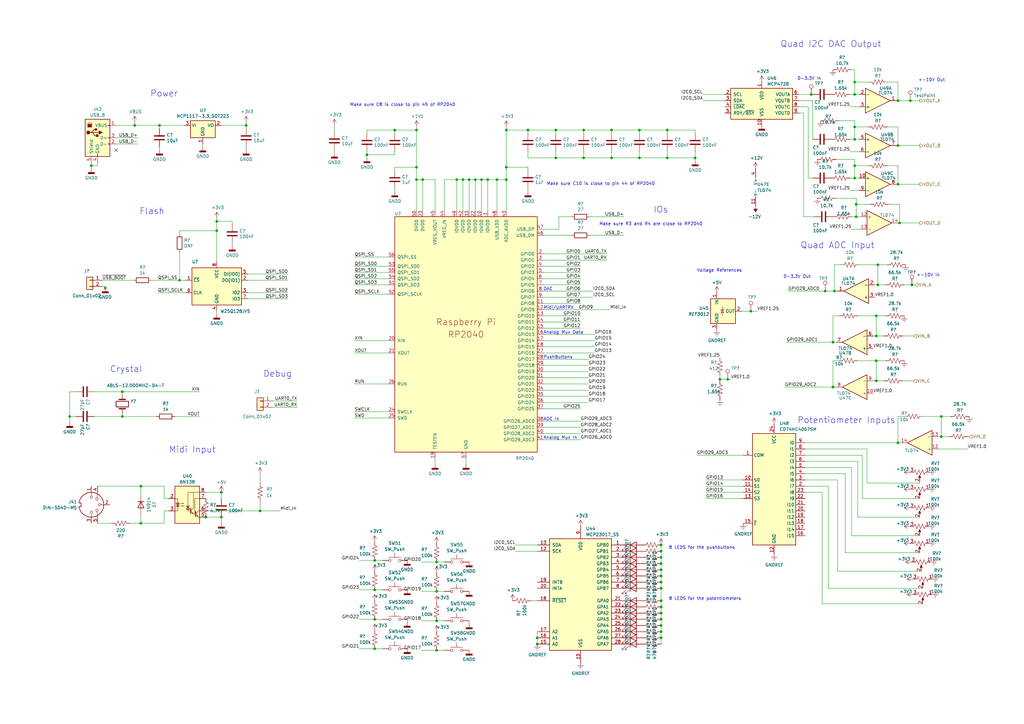
<source format=kicad_sch>
(kicad_sch (version 20230121) (generator eeschema)
  (paper "A3")
  (junction (at 386.08 170.815))
  (junction (at 271.145 254))
  (junction (at 88.9 94.615))
  (junction (at 368.3 181.61))
  (junction (at 207.645 73.66))
  (junction (at 207.645 53.34))
  (junction (at 368.3 75.565))
  (junction (at 271.145 251.46))
  (junction (at 220.345 261.62))
  (junction (at 332.74 38.735))
  (junction (at 200.025 73.66))
  (junction (at 262.255 53.34))
  (junction (at 37.465 67.945))
  (junction (at 73.66 114.935))
  (junction (at 271.145 241.3))
  (junction (at 350.52 57.15))
  (junction (at 173.355 73.66))
  (junction (at 55.245 51.435))
  (junction (at 179.07 254.635))
  (junction (at 65.405 51.435))
  (junction (at 368.3 59.69))
  (junction (at 227.965 64.77))
  (junction (at 170.815 53.34))
  (junction (at 350.52 33.655))
  (junction (at 88.9 90.805))
  (junction (at 271.145 223.52))
  (junction (at 179.07 266.7))
  (junction (at 239.395 64.77))
  (junction (at 271.145 248.92))
  (junction (at 250.825 53.34))
  (junction (at 192.405 73.66))
  (junction (at 57.785 199.39))
  (junction (at 271.145 238.76))
  (junction (at 170.815 68.58))
  (junction (at 351.155 83.82))
  (junction (at 50.165 170.815))
  (junction (at 359.41 156.21))
  (junction (at 203.835 73.66))
  (junction (at 374.015 116.84))
  (junction (at 271.145 236.22))
  (junction (at 351.155 88.9))
  (junction (at 90.805 201.93))
  (junction (at 295.275 155.575))
  (junction (at 179.07 230.505))
  (junction (at 273.685 53.34))
  (junction (at 153.67 254))
  (junction (at 150.495 63.5))
  (junction (at 271.145 261.62))
  (junction (at 338.455 119.38))
  (junction (at 350.52 38.735))
  (junction (at 189.865 73.66))
  (junction (at 153.67 266.065))
  (junction (at 271.145 256.54))
  (junction (at 285.115 64.77))
  (junction (at 271.145 228.6))
  (junction (at 271.145 226.06))
  (junction (at 360.045 108.585))
  (junction (at 359.41 147.955))
  (junction (at 90.805 212.09))
  (junction (at 50.165 160.655))
  (junction (at 271.145 233.68))
  (junction (at 342.265 119.38))
  (junction (at 373.38 41.275))
  (junction (at 262.255 64.77))
  (junction (at 106.68 209.55))
  (junction (at 197.485 73.66))
  (junction (at 194.945 73.66))
  (junction (at 43.18 118.11))
  (junction (at 153.67 241.935))
  (junction (at 207.645 68.58))
  (junction (at 216.535 53.34))
  (junction (at 28.575 170.815))
  (junction (at 359.41 129.54))
  (junction (at 271.145 246.38))
  (junction (at 350.52 67.945))
  (junction (at 368.3 41.275))
  (junction (at 386.08 179.07))
  (junction (at 271.145 231.14))
  (junction (at 350.52 52.07))
  (junction (at 84.455 212.09))
  (junction (at 239.395 53.34))
  (junction (at 250.825 64.77))
  (junction (at 271.145 259.08))
  (junction (at 350.52 73.025))
  (junction (at 273.685 64.77))
  (junction (at 298.45 155.575))
  (junction (at 368.935 91.44))
  (junction (at 161.925 53.34))
  (junction (at 187.325 73.66))
  (junction (at 360.045 116.84))
  (junction (at 153.67 229.87))
  (junction (at 170.815 73.66))
  (junction (at 179.07 242.57))
  (junction (at 100.965 51.435))
  (junction (at 359.41 137.795))
  (junction (at 57.785 214.63))
  (junction (at 341.63 158.75))
  (junction (at 227.965 53.34))
  (junction (at 341.63 140.335))
  (junction (at 220.345 264.16))
  (junction (at 307.975 127.635))
  (no_connect (at 47.625 61.595))
  (wire (pts (xy 64.77 120.015) (xy 76.2 120.015)))
  (wire (pts (xy 222.885 96.52) (xy 234.315 96.52)))
  (wire (pts (xy 342.265 108.585) (xy 342.265 119.38)))
  (wire (pts (xy 349.25 191.77) (xy 349.25 219.71)))
  (wire (pts (xy 348.615 73.025) (xy 350.52 73.025)))
  (wire (pts (xy 222.885 175.26) (xy 238.125 175.26)))
  (wire (pts (xy 262.255 54.61) (xy 262.255 53.34)))
  (wire (pts (xy 386.08 179.07) (xy 384.81 179.07)))
  (wire (pts (xy 153.67 229.87) (xy 156.845 229.87)))
  (wire (pts (xy 373.38 41.275) (xy 377.19 41.275)))
  (wire (pts (xy 45.72 214.63) (xy 40.005 214.63)))
  (wire (pts (xy 216.535 53.34) (xy 227.965 53.34)))
  (wire (pts (xy 40.005 199.39) (xy 57.785 199.39)))
  (wire (pts (xy 84.455 209.55) (xy 106.68 209.55)))
  (wire (pts (xy 273.685 53.34) (xy 285.115 53.34)))
  (wire (pts (xy 368.3 91.44) (xy 368.935 91.44)))
  (wire (pts (xy 386.08 170.815) (xy 378.46 170.815)))
  (wire (pts (xy 351.79 212.09) (xy 377.19 212.09)))
  (wire (pts (xy 239.395 64.77) (xy 227.965 64.77)))
  (wire (pts (xy 161.925 53.34) (xy 170.815 53.34)))
  (wire (pts (xy 222.885 116.84) (xy 238.125 116.84)))
  (wire (pts (xy 250.825 62.23) (xy 250.825 64.77)))
  (wire (pts (xy 331.47 73.025) (xy 333.375 73.025)))
  (wire (pts (xy 43.18 117.475) (xy 43.18 118.11)))
  (wire (pts (xy 351.155 88.9) (xy 353.06 88.9)))
  (wire (pts (xy 187.325 86.36) (xy 187.325 73.66)))
  (wire (pts (xy 84.455 212.09) (xy 83.82 212.09)))
  (wire (pts (xy 348.615 38.735) (xy 350.52 38.735)))
  (wire (pts (xy 350.52 73.025) (xy 350.52 67.945)))
  (wire (pts (xy 75.565 51.435) (xy 65.405 51.435)))
  (wire (pts (xy 211.455 226.06) (xy 220.345 226.06)))
  (wire (pts (xy 351.79 189.23) (xy 351.79 212.09)))
  (wire (pts (xy 343.535 234.315) (xy 377.825 234.315)))
  (wire (pts (xy 28.575 170.815) (xy 28.575 173.355)))
  (wire (pts (xy 222.885 124.46) (xy 238.125 124.46)))
  (wire (pts (xy 271.145 251.46) (xy 271.145 254)))
  (wire (pts (xy 207.645 52.07) (xy 207.645 53.34)))
  (wire (pts (xy 222.885 109.22) (xy 238.125 109.22)))
  (wire (pts (xy 262.255 53.34) (xy 273.685 53.34)))
  (wire (pts (xy 84.455 201.93) (xy 90.805 201.93)))
  (wire (pts (xy 363.855 67.945) (xy 368.3 67.945)))
  (wire (pts (xy 50.165 161.925) (xy 50.165 160.655)))
  (wire (pts (xy 271.145 241.3) (xy 271.145 246.38)))
  (wire (pts (xy 222.885 119.38) (xy 243.205 119.38)))
  (wire (pts (xy 207.645 53.34) (xy 207.645 68.58)))
  (wire (pts (xy 362.585 156.21) (xy 359.41 156.21)))
  (wire (pts (xy 111.76 164.465) (xy 121.92 164.465)))
  (wire (pts (xy 330.2 191.77) (xy 349.25 191.77)))
  (wire (pts (xy 350.52 49.53) (xy 344.17 49.53)))
  (wire (pts (xy 359.41 137.795) (xy 359.41 129.54)))
  (wire (pts (xy 88.9 90.805) (xy 88.9 94.615)))
  (wire (pts (xy 351.155 81.28) (xy 342.9 81.28)))
  (wire (pts (xy 360.045 108.585) (xy 352.425 108.585)))
  (wire (pts (xy 222.885 160.02) (xy 241.3 160.02)))
  (wire (pts (xy 62.23 114.935) (xy 73.66 114.935)))
  (wire (pts (xy 137.16 51.435) (xy 137.16 53.975)))
  (wire (pts (xy 377.19 198.12) (xy 377.19 197.485)))
  (wire (pts (xy 50.165 160.655) (xy 81.915 160.655)))
  (wire (pts (xy 88.9 94.615) (xy 88.9 107.315)))
  (wire (pts (xy 359.41 137.795) (xy 358.14 137.795)))
  (wire (pts (xy 67.31 204.47) (xy 69.215 204.47)))
  (wire (pts (xy 222.885 111.76) (xy 238.125 111.76)))
  (wire (pts (xy 250.825 64.77) (xy 239.395 64.77)))
  (wire (pts (xy 159.385 144.78) (xy 145.415 144.78)))
  (wire (pts (xy 330.2 184.15) (xy 355.6 184.15)))
  (wire (pts (xy 207.645 68.58) (xy 216.535 68.58)))
  (wire (pts (xy 330.2 199.39) (xy 339.725 199.39)))
  (wire (pts (xy 90.805 201.93) (xy 90.805 204.47)))
  (wire (pts (xy 350.52 52.07) (xy 350.52 49.53)))
  (wire (pts (xy 341.63 147.955) (xy 341.63 158.75)))
  (wire (pts (xy 351.155 83.82) (xy 356.87 83.82)))
  (wire (pts (xy 363.855 108.585) (xy 360.045 108.585)))
  (wire (pts (xy 350.52 38.735) (xy 352.425 38.735)))
  (wire (pts (xy 150.495 54.61) (xy 150.495 53.34)))
  (wire (pts (xy 207.645 53.34) (xy 216.535 53.34)))
  (wire (pts (xy 200.025 73.66) (xy 203.835 73.66)))
  (wire (pts (xy 396.875 184.15) (xy 384.81 184.15)))
  (wire (pts (xy 273.685 54.61) (xy 273.685 53.34)))
  (wire (pts (xy 350.52 65.405) (xy 342.9 65.405)))
  (wire (pts (xy 194.945 73.66) (xy 197.485 73.66)))
  (wire (pts (xy 241.935 96.52) (xy 255.905 96.52)))
  (wire (pts (xy 288.29 41.275) (xy 297.18 41.275)))
  (wire (pts (xy 222.885 114.3) (xy 238.125 114.3)))
  (wire (pts (xy 111.76 167.005) (xy 121.92 167.005)))
  (wire (pts (xy 40.005 67.945) (xy 37.465 67.945)))
  (wire (pts (xy 271.145 261.62) (xy 271.145 264.16)))
  (wire (pts (xy 222.885 147.32) (xy 241.3 147.32)))
  (wire (pts (xy 227.965 62.23) (xy 227.965 64.77)))
  (wire (pts (xy 367.665 59.69) (xy 368.3 59.69)))
  (wire (pts (xy 368.3 33.655) (xy 368.3 41.275)))
  (wire (pts (xy 187.325 73.66) (xy 189.865 73.66)))
  (wire (pts (xy 295.275 154.305) (xy 295.275 155.575)))
  (wire (pts (xy 54.61 114.935) (xy 41.91 114.935)))
  (wire (pts (xy 329.565 46.355) (xy 327.66 46.355)))
  (wire (pts (xy 50.165 170.815) (xy 64.135 170.815)))
  (wire (pts (xy 330.2 186.69) (xy 353.695 186.69)))
  (wire (pts (xy 333.375 57.15) (xy 333.375 41.275)))
  (wire (pts (xy 304.165 127.635) (xy 307.975 127.635)))
  (wire (pts (xy 350.52 33.655) (xy 356.235 33.655)))
  (wire (pts (xy 363.22 129.54) (xy 359.41 129.54)))
  (wire (pts (xy 101.6 112.395) (xy 118.11 112.395)))
  (wire (pts (xy 271.145 228.6) (xy 271.145 231.14)))
  (wire (pts (xy 350.52 73.025) (xy 352.425 73.025)))
  (wire (pts (xy 173.355 86.36) (xy 173.355 73.66)))
  (wire (pts (xy 271.145 236.22) (xy 271.145 238.76)))
  (wire (pts (xy 344.17 147.955) (xy 341.63 147.955)))
  (wire (pts (xy 159.385 157.48) (xy 145.415 157.48)))
  (wire (pts (xy 159.385 105.41) (xy 145.415 105.41)))
  (wire (pts (xy 161.925 54.61) (xy 161.925 53.34)))
  (wire (pts (xy 304.8 196.85) (xy 289.56 196.85)))
  (wire (pts (xy 363.855 33.655) (xy 368.3 33.655)))
  (wire (pts (xy 359.41 156.21) (xy 358.14 156.21)))
  (wire (pts (xy 370.84 116.84) (xy 374.015 116.84)))
  (wire (pts (xy 147.32 254) (xy 153.67 254)))
  (wire (pts (xy 337.185 247.65) (xy 378.46 247.65)))
  (wire (pts (xy 47.625 51.435) (xy 55.245 51.435)))
  (wire (pts (xy 374.015 116.84) (xy 375.285 116.84)))
  (wire (pts (xy 343.535 196.85) (xy 343.535 234.315)))
  (wire (pts (xy 363.22 147.955) (xy 359.41 147.955)))
  (wire (pts (xy 271.145 254) (xy 271.145 256.54)))
  (wire (pts (xy 229.235 88.9) (xy 229.235 93.98)))
  (wire (pts (xy 341.63 129.54) (xy 341.63 140.335)))
  (wire (pts (xy 182.245 73.66) (xy 187.325 73.66)))
  (wire (pts (xy 194.945 86.36) (xy 194.945 73.66)))
  (wire (pts (xy 88.9 127.635) (xy 88.9 128.905)))
  (wire (pts (xy 216.535 54.61) (xy 216.535 53.34)))
  (wire (pts (xy 348.615 78.105) (xy 352.425 78.105)))
  (wire (pts (xy 262.255 62.23) (xy 262.255 64.77)))
  (wire (pts (xy 227.965 64.77) (xy 216.535 64.77)))
  (wire (pts (xy 216.535 77.47) (xy 216.535 78.74)))
  (wire (pts (xy 374.65 156.21) (xy 370.205 156.21)))
  (wire (pts (xy 47.625 59.055) (xy 56.515 59.055)))
  (wire (pts (xy 178.435 86.36) (xy 178.435 73.66)))
  (wire (pts (xy 241.935 88.9) (xy 255.905 88.9)))
  (wire (pts (xy 159.385 168.91) (xy 145.415 168.91)))
  (wire (pts (xy 397.51 179.07) (xy 396.875 179.07)))
  (wire (pts (xy 342.265 119.38) (xy 343.535 119.38)))
  (wire (pts (xy 106.68 209.55) (xy 114.935 209.55)))
  (wire (pts (xy 67.31 214.63) (xy 57.785 214.63)))
  (wire (pts (xy 271.145 256.54) (xy 271.145 259.08)))
  (wire (pts (xy 227.965 53.34) (xy 239.395 53.34)))
  (wire (pts (xy 216.535 62.23) (xy 216.535 64.77)))
  (wire (pts (xy 239.395 54.61) (xy 239.395 53.34)))
  (wire (pts (xy 346.71 194.31) (xy 330.2 194.31)))
  (wire (pts (xy 329.565 88.9) (xy 329.565 46.355)))
  (wire (pts (xy 271.145 238.76) (xy 271.145 241.3)))
  (wire (pts (xy 368.3 67.945) (xy 368.3 75.565)))
  (wire (pts (xy 145.415 111.76) (xy 159.385 111.76)))
  (wire (pts (xy 150.495 62.23) (xy 150.495 63.5)))
  (wire (pts (xy 106.68 194.31) (xy 106.68 198.12)))
  (wire (pts (xy 197.485 73.66) (xy 200.025 73.66)))
  (wire (pts (xy 178.435 73.66) (xy 173.355 73.66)))
  (wire (pts (xy 161.925 69.85) (xy 161.925 68.58)))
  (wire (pts (xy 172.72 254.635) (xy 179.07 254.635)))
  (wire (pts (xy 159.385 120.65) (xy 145.415 120.65)))
  (wire (pts (xy 84.455 212.09) (xy 90.805 212.09)))
  (wire (pts (xy 374.65 137.795) (xy 370.205 137.795)))
  (wire (pts (xy 368.935 91.44) (xy 377.19 91.44)))
  (wire (pts (xy 172.72 266.7) (xy 179.07 266.7)))
  (wire (pts (xy 106.68 205.74) (xy 106.68 209.55)))
  (wire (pts (xy 67.31 199.39) (xy 67.31 204.47)))
  (wire (pts (xy 250.825 53.34) (xy 262.255 53.34)))
  (wire (pts (xy 327.66 38.735) (xy 332.74 38.735)))
  (wire (pts (xy 304.8 204.47) (xy 289.56 204.47)))
  (wire (pts (xy 170.815 52.07) (xy 170.815 53.34)))
  (wire (pts (xy 341.63 158.75) (xy 342.9 158.75)))
  (wire (pts (xy 271.145 248.92) (xy 271.145 251.46)))
  (wire (pts (xy 368.3 41.275) (xy 373.38 41.275)))
  (wire (pts (xy 285.115 54.61) (xy 285.115 53.34)))
  (wire (pts (xy 360.045 116.84) (xy 358.775 116.84)))
  (wire (pts (xy 145.415 114.3) (xy 159.385 114.3)))
  (wire (pts (xy 304.8 201.93) (xy 289.56 201.93)))
  (wire (pts (xy 57.785 214.63) (xy 53.34 214.63)))
  (wire (pts (xy 333.375 41.275) (xy 327.66 41.275)))
  (wire (pts (xy 167.005 255.27) (xy 167.005 254)))
  (wire (pts (xy 179.07 254.635) (xy 182.245 254.635)))
  (wire (pts (xy 222.885 152.4) (xy 241.3 152.4)))
  (wire (pts (xy 298.45 155.575) (xy 299.72 155.575)))
  (wire (pts (xy 349.25 219.71) (xy 377.19 219.71)))
  (wire (pts (xy 170.815 68.58) (xy 170.815 73.66)))
  (wire (pts (xy 71.755 170.815) (xy 81.915 170.815)))
  (wire (pts (xy 288.29 38.735) (xy 297.18 38.735)))
  (wire (pts (xy 351.155 83.82) (xy 351.155 81.28)))
  (wire (pts (xy 222.885 162.56) (xy 241.3 162.56)))
  (wire (pts (xy 55.245 50.165) (xy 55.245 51.435)))
  (wire (pts (xy 350.52 33.655) (xy 350.52 28.575)))
  (wire (pts (xy 285.115 62.23) (xy 285.115 64.77)))
  (wire (pts (xy 150.495 63.5) (xy 161.925 63.5)))
  (wire (pts (xy 368.3 75.565) (xy 377.19 75.565)))
  (wire (pts (xy 351.155 88.9) (xy 351.155 83.82)))
  (wire (pts (xy 179.07 242.57) (xy 182.245 242.57)))
  (wire (pts (xy 285.115 64.77) (xy 285.115 66.04)))
  (wire (pts (xy 101.6 114.935) (xy 118.11 114.935)))
  (wire (pts (xy 150.495 53.34) (xy 161.925 53.34)))
  (wire (pts (xy 153.67 241.935) (xy 156.845 241.935)))
  (wire (pts (xy 50.165 169.545) (xy 50.165 170.815)))
  (wire (pts (xy 222.885 137.16) (xy 243.84 137.16)))
  (wire (pts (xy 31.115 160.655) (xy 28.575 160.655)))
  (wire (pts (xy 368.3 41.275) (xy 367.665 41.275)))
  (wire (pts (xy 222.885 180.34) (xy 238.125 180.34)))
  (wire (pts (xy 330.2 181.61) (xy 368.3 181.61)))
  (wire (pts (xy 182.245 86.36) (xy 182.245 73.66)))
  (wire (pts (xy 350.52 57.15) (xy 352.425 57.15)))
  (wire (pts (xy 362.585 137.795) (xy 359.41 137.795)))
  (wire (pts (xy 339.725 199.39) (xy 339.725 241.3)))
  (wire (pts (xy 37.465 66.675) (xy 37.465 67.945)))
  (wire (pts (xy 271.145 233.68) (xy 271.145 236.22)))
  (wire (pts (xy 360.045 116.84) (xy 360.045 108.585)))
  (wire (pts (xy 57.785 199.39) (xy 67.31 199.39)))
  (wire (pts (xy 73.66 95.885) (xy 73.66 94.615)))
  (wire (pts (xy 348.615 43.815) (xy 352.425 43.815)))
  (wire (pts (xy 389.255 179.07) (xy 386.08 179.07)))
  (wire (pts (xy 321.945 158.75) (xy 341.63 158.75)))
  (wire (pts (xy 90.805 212.09) (xy 90.805 214.63)))
  (wire (pts (xy 355.6 184.15) (xy 355.6 198.12)))
  (wire (pts (xy 368.3 59.69) (xy 377.19 59.69)))
  (wire (pts (xy 353.695 186.69) (xy 353.695 204.47)))
  (wire (pts (xy 349.25 93.98) (xy 353.06 93.98)))
  (wire (pts (xy 368.3 181.61) (xy 369.57 181.61)))
  (wire (pts (xy 170.815 73.66) (xy 170.815 86.36)))
  (wire (pts (xy 172.72 242.57) (xy 179.07 242.57)))
  (wire (pts (xy 95.25 92.075) (xy 95.25 90.805)))
  (wire (pts (xy 285.75 186.69) (xy 304.8 186.69)))
  (wire (pts (xy 191.135 187.96) (xy 191.135 190.5)))
  (wire (pts (xy 31.115 170.815) (xy 28.575 170.815)))
  (wire (pts (xy 222.885 93.98) (xy 229.235 93.98)))
  (wire (pts (xy 323.215 119.38) (xy 338.455 119.38)))
  (wire (pts (xy 273.685 64.77) (xy 285.115 64.77)))
  (wire (pts (xy 189.865 86.36) (xy 189.865 73.66)))
  (wire (pts (xy 239.395 62.23) (xy 239.395 64.77)))
  (wire (pts (xy 331.47 43.815) (xy 331.47 73.025)))
  (wire (pts (xy 222.885 157.48) (xy 241.3 157.48)))
  (wire (pts (xy 222.885 154.94) (xy 241.3 154.94)))
  (wire (pts (xy 192.405 73.66) (xy 194.945 73.66)))
  (wire (pts (xy 192.405 255.905) (xy 192.405 254.635)))
  (wire (pts (xy 147.32 229.87) (xy 153.67 229.87)))
  (wire (pts (xy 295.275 155.575) (xy 295.275 156.21)))
  (wire (pts (xy 57.785 199.39) (xy 57.785 203.2)))
  (wire (pts (xy 222.885 132.08) (xy 238.125 132.08)))
  (wire (pts (xy 145.415 139.7) (xy 159.385 139.7)))
  (wire (pts (xy 250.825 54.61) (xy 250.825 53.34)))
  (wire (pts (xy 145.415 116.84) (xy 159.385 116.84)))
  (wire (pts (xy 220.345 261.62) (xy 220.345 264.16)))
  (wire (pts (xy 220.345 259.08) (xy 220.345 261.62)))
  (wire (pts (xy 55.245 51.435) (xy 65.405 51.435)))
  (wire (pts (xy 271.145 226.06) (xy 271.145 228.6)))
  (wire (pts (xy 217.805 246.38) (xy 220.345 246.38)))
  (wire (pts (xy 332.74 38.735) (xy 333.375 38.735)))
  (wire (pts (xy 179.07 266.7) (xy 182.245 266.7)))
  (wire (pts (xy 337.185 201.93) (xy 330.2 201.93)))
  (wire (pts (xy 363.22 116.84) (xy 360.045 116.84)))
  (wire (pts (xy 172.72 230.505) (xy 179.07 230.505)))
  (wire (pts (xy 222.885 104.14) (xy 248.92 104.14)))
  (wire (pts (xy 355.6 198.12) (xy 377.19 198.12)))
  (wire (pts (xy 344.805 108.585) (xy 342.265 108.585)))
  (wire (pts (xy 222.885 142.24) (xy 243.84 142.24)))
  (wire (pts (xy 229.235 88.9) (xy 234.315 88.9)))
  (wire (pts (xy 346.71 226.695) (xy 377.19 226.695)))
  (wire (pts (xy 363.855 52.07) (xy 368.3 52.07)))
  (wire (pts (xy 271.145 231.14) (xy 271.145 233.68)))
  (wire (pts (xy 222.885 177.8) (xy 238.125 177.8)))
  (wire (pts (xy 41.91 117.475) (xy 43.18 117.475)))
  (wire (pts (xy 222.885 129.54) (xy 238.125 129.54)))
  (wire (pts (xy 192.405 86.36) (xy 192.405 73.66)))
  (wire (pts (xy 88.9 89.535) (xy 88.9 90.805)))
  (wire (pts (xy 170.815 53.34) (xy 170.815 68.58)))
  (wire (pts (xy 334.01 88.9) (xy 329.565 88.9)))
  (wire (pts (xy 227.965 54.61) (xy 227.965 53.34)))
  (wire (pts (xy 273.685 64.77) (xy 262.255 64.77)))
  (wire (pts (xy 350.52 57.15) (xy 350.52 52.07)))
  (wire (pts (xy 350.52 67.945) (xy 356.235 67.945)))
  (wire (pts (xy 368.935 83.82) (xy 368.935 91.44)))
  (wire (pts (xy 331.47 43.815) (xy 327.66 43.815)))
  (wire (pts (xy 368.3 170.815) (xy 368.3 181.61)))
  (wire (pts (xy 67.31 209.55) (xy 67.31 214.63)))
  (wire (pts (xy 100.965 52.705) (xy 100.965 51.435)))
  (wire (pts (xy 200.025 73.66) (xy 200.025 86.36)))
  (wire (pts (xy 386.08 179.07) (xy 386.08 170.815)))
  (wire (pts (xy 295.275 155.575) (xy 298.45 155.575)))
  (wire (pts (xy 271.145 246.38) (xy 271.145 248.92)))
  (wire (pts (xy 178.435 187.96) (xy 178.435 190.5)))
  (wire (pts (xy 100.965 51.435) (xy 100.965 50.165)))
  (wire (pts (xy 350.52 38.735) (xy 350.52 33.655)))
  (wire (pts (xy 189.865 73.66) (xy 192.405 73.66)))
  (wire (pts (xy 222.885 139.7) (xy 243.84 139.7)))
  (wire (pts (xy 40.005 66.675) (xy 40.005 67.945)))
  (wire (pts (xy 222.885 106.68) (xy 248.92 106.68)))
  (wire (pts (xy 330.2 196.85) (xy 343.535 196.85)))
  (wire (pts (xy 161.925 68.58) (xy 170.815 68.58)))
  (wire (pts (xy 147.32 266.065) (xy 153.67 266.065)))
  (wire (pts (xy 339.725 241.3) (xy 378.46 241.3)))
  (wire (pts (xy 349.25 88.9) (xy 351.155 88.9)))
  (wire (pts (xy 95.25 90.805) (xy 88.9 90.805)))
  (wire (pts (xy 222.885 167.64) (xy 238.125 167.64)))
  (wire (pts (xy 145.415 109.22) (xy 159.385 109.22)))
  (wire (pts (xy 47.625 56.515) (xy 56.515 56.515)))
  (wire (pts (xy 368.3 52.07) (xy 368.3 59.69)))
  (wire (pts (xy 150.495 63.5) (xy 150.495 64.77)))
  (wire (pts (xy 341.63 140.335) (xy 342.9 140.335)))
  (wire (pts (xy 222.885 149.86) (xy 241.3 149.86)))
  (wire (pts (xy 222.885 121.92) (xy 243.205 121.92)))
  (wire (pts (xy 359.41 147.955) (xy 351.79 147.955)))
  (wire (pts (xy 322.58 140.335) (xy 341.63 140.335)))
  (wire (pts (xy 350.52 67.945) (xy 350.52 65.405)))
  (wire (pts (xy 337.185 247.65) (xy 337.185 201.93)))
  (wire (pts (xy 38.735 170.815) (xy 50.165 170.815)))
  (wire (pts (xy 101.6 122.555) (xy 118.11 122.555)))
  (wire (pts (xy 239.395 53.34) (xy 250.825 53.34)))
  (wire (pts (xy 359.41 129.54) (xy 351.79 129.54)))
  (wire (pts (xy 28.575 160.655) (xy 28.575 170.815)))
  (wire (pts (xy 364.49 83.82) (xy 368.935 83.82)))
  (wire (pts (xy 203.835 86.36) (xy 203.835 73.66)))
  (wire (pts (xy 359.41 156.21) (xy 359.41 147.955)))
  (wire (pts (xy 90.805 51.435) (xy 100.965 51.435)))
  (wire (pts (xy 38.735 160.655) (xy 50.165 160.655)))
  (wire (pts (xy 370.84 170.815) (xy 368.3 170.815)))
  (wire (pts (xy 159.385 171.45) (xy 145.415 171.45)))
  (wire (pts (xy 348.615 62.23) (xy 352.425 62.23)))
  (wire (pts (xy 330.2 189.23) (xy 351.79 189.23)))
  (wire (pts (xy 147.32 241.935) (xy 153.67 241.935)))
  (wire (pts (xy 73.66 114.935) (xy 76.2 114.935)))
  (wire (pts (xy 43.18 118.11) (xy 43.18 118.745)))
  (wire (pts (xy 350.52 28.575) (xy 349.25 28.575)))
  (wire (pts (xy 73.66 103.505) (xy 73.66 114.935)))
  (wire (pts (xy 153.67 254) (xy 156.845 254)))
  (wire (pts (xy 367.665 75.565) (xy 368.3 75.565)))
  (wire (pts (xy 271.145 259.08) (xy 271.145 261.62)))
  (wire (pts (xy 161.925 63.5) (xy 161.925 62.23)))
  (wire (pts (xy 353.695 204.47) (xy 377.19 204.47)))
  (wire (pts (xy 37.465 67.945) (xy 37.465 69.215)))
  (wire (pts (xy 222.885 165.1) (xy 241.3 165.1)))
  (wire (pts (xy 304.8 199.39) (xy 289.56 199.39)))
  (wire (pts (xy 101.6 120.015) (xy 118.11 120.015)))
  (wire (pts (xy 222.885 172.72) (xy 238.125 172.72)))
  (wire (pts (xy 197.485 86.36) (xy 197.485 73.66)))
  (wire (pts (xy 348.615 57.15) (xy 350.52 57.15)))
  (wire (pts (xy 271.145 223.52) (xy 271.145 226.06)))
  (wire (pts (xy 207.645 68.58) (xy 207.645 73.66)))
  (wire (pts (xy 216.535 69.85) (xy 216.535 68.58)))
  (wire (pts (xy 207.645 73.66) (xy 207.645 86.36)))
  (wire (pts (xy 338.455 119.38) (xy 342.265 119.38)))
  (wire (pts (xy 173.355 73.66) (xy 170.815 73.66)))
  (wire (pts (xy 153.67 266.065) (xy 156.845 266.065)))
  (wire (pts (xy 100.965 60.325) (xy 100.965 61.595)))
  (wire (pts (xy 65.405 60.325) (xy 65.405 61.595)))
  (wire (pts (xy 83.185 59.055) (xy 83.185 60.325)))
  (wire (pts (xy 273.685 62.23) (xy 273.685 64.77)))
  (wire (pts (xy 57.785 210.82) (xy 57.785 214.63)))
  (wire (pts (xy 203.835 73.66) (xy 207.645 73.66)))
  (wire (pts (xy 211.455 223.52) (xy 220.345 223.52)))
  (wire (pts (xy 161.925 77.47) (xy 161.925 78.74)))
  (wire (pts (xy 222.885 144.78) (xy 243.84 144.78)))
  (wire (pts (xy 95.25 99.695) (xy 95.25 100.965)))
  (wire (pts (xy 389.89 170.815) (xy 386.08 170.815)))
  (wire (pts (xy 307.975 127.635) (xy 310.515 127.635)))
  (wire (pts (xy 262.255 64.77) (xy 250.825 64.77)))
  (wire (pts (xy 350.52 52.07) (xy 356.235 52.07)))
  (wire (pts (xy 65.405 52.705) (xy 65.405 51.435)))
  (wire (pts (xy 69.215 209.55) (xy 67.31 209.55)))
  (wire (pts (xy 222.885 134.62) (xy 238.125 134.62)))
  (wire (pts (xy 222.885 127) (xy 250.19 127)))
  (wire (pts (xy 346.71 226.695) (xy 346.71 194.31)))
  (wire (pts (xy 137.16 61.595) (xy 137.16 62.865)))
  (wire (pts (xy 344.17 129.54) (xy 341.63 129.54)))
  (wire (pts (xy 73.66 94.615) (xy 88.9 94.615)))
  (wire (pts (xy 179.07 230.505) (xy 182.245 230.505)))
  (text "+-10V Out\n" (at 376.555 33.655 0) (effects (font (size 1.27 1.27)) (justify left bottom)))
  (text "Make sure R3 and R4 are close to RP2040" (at 245.745 92.71 0) (effects (font (size 1.27 1.27)) (justify left bottom)))
  (text "Voltage References" (at 285.75 111.76 0) (effects (font (size 1.27 1.27)) (justify left bottom)))
  (text "+-10V in" (at 375.92 113.665 0) (effects (font (size 1.27 1.27)) (justify left bottom)))
  (text "Power" (at 61.595 40.005 0) (effects (font (size 2.54 2.54)) (justify left bottom)))
  (text "0-3.3V Out" (at 321.31 114.3 0) (effects (font (size 1.27 1.27)) (justify left bottom)))
  (text "0-3.3V In" (at 327.025 33.02 0) (effects (font (size 1.27 1.27)) (justify left bottom)))
  (text "8 LEDS for the pushbuttons" (at 274.32 225.425 0) (effects (font (size 1.27 1.27)) (justify left bottom)))
  (text "ADC In" (at 222.885 172.72 0) (effects (font (size 1.27 1.27)) (justify left bottom)))
  (text "IOs" (at 267.97 87.63 0) (effects (font (size 2.54 2.54)) (justify left bottom)))
  (text "Analog Mux Data" (at 222.885 137.16 0) (effects (font (size 1.27 1.27)) (justify left bottom)))
  (text "Flash" (at 57.15 88.265 0) (effects (font (size 2.54 2.54)) (justify left bottom)))
  (text "Potentiometer Inputs" (at 327.025 173.99 0) (effects (font (size 2.54 2.54)) (justify left bottom)))
  (text "DAC" (at 222.885 119.38 0) (effects (font (size 1.27 1.27)) (justify left bottom)))
  (text "Make sure C10 is close to pin 44 of RP2040" (at 224.155 76.2 0) (effects (font (size 1.27 1.27)) (justify left bottom)))
  (text "Analog Mux In" (at 222.885 180.34 0) (effects (font (size 1.27 1.27)) (justify left bottom)))
  (text "Quad ADC Input" (at 328.295 102.235 0) (effects (font (size 2.54 2.54)) (justify left bottom)))
  (text "Debug" (at 107.95 154.94 0) (effects (font (size 2.54 2.54)) (justify left bottom)))
  (text "Midi Input" (at 69.215 186.055 0) (effects (font (size 2.54 2.54)) (justify left bottom)))
  (text "Crystal" (at 45.085 153.035 0) (effects (font (size 2.54 2.54)) (justify left bottom)))
  (text "Midi/UARTRX" (at 222.885 127 0) (effects (font (size 1.27 1.27)) (justify left bottom)))
  (text "Quad I2C DAC Output" (at 320.04 19.685 0) (effects (font (size 2.54 2.54)) (justify left bottom)))
  (text "Make sure C8 is close to pin 45 of RP2040" (at 143.51 43.815 0) (effects (font (size 1.27 1.27)) (justify left bottom)))
  (text "PushButtons" (at 222.885 147.32 0) (effects (font (size 1.27 1.27)) (justify left bottom)))
  (text "8 LEDS for the potentiometers" (at 274.32 246.38 0) (effects (font (size 1.27 1.27)) (justify left bottom)))
  (label "GPIO29_ADC0" (at 323.215 119.38 0))
  (label "GPIO2" (at 238.125 109.22 180))
  (label "USB_D+" (at 255.905 88.9 180))
  (label "GPIO13" (at 243.84 144.78 0))
  (label "QSPI_SS" (at 64.77 114.935 0))
  (label "GPIO16" (at 289.56 204.47 0))
  (label "VREF1.0" (at 358.14 161.29 0))
  (label "GPIO29_ADC1" (at 322.58 140.335 0))
  (label "GPIO21" (at 147.32 266.065 180))
  (label "XOUT" (at 145.415 144.78 0))
  (label "GPIO24" (at 147.32 229.87 180))
  (label "USB_D-" (at 56.515 59.055 180))
  (label "GPIO10" (at 238.125 129.54 180))
  (label "GPIO24" (at 241.3 147.32 0))
  (label "GPIO27_ADC1" (at 238.125 177.8 0))
  (label "GPIO17" (at 241.3 165.1 0))
  (label "QSPI_SS" (at 145.415 105.41 0))
  (label "VREF1.0" (at 396.875 184.15 0))
  (label "QSPI_SD1" (at 118.11 114.935 180))
  (label "VREF1.25" (at 348.615 43.815 180))
  (label "UART0_RX" (at 248.92 106.68 180))
  (label "GPIO11" (at 238.125 132.08 180))
  (label "QSPI_SD0" (at 145.415 109.22 0))
  (label "XOUT" (at 81.915 170.815 180))
  (label "XIN" (at 81.915 160.655 180))
  (label "GPIO15" (at 289.56 201.93 0))
  (label "Midi_In" (at 114.935 209.55 0))
  (label "GPIO1" (at 238.125 106.68 180))
  (label "I2C0_SCL" (at 288.29 38.735 180))
  (label "VREF1.0" (at 358.775 121.92 0))
  (label "GPIO3" (at 238.125 111.76 180))
  (label "VREF1.0" (at 299.72 155.575 0))
  (label "GPIO0" (at 238.125 104.14 180))
  (label "GPIO13" (at 289.56 196.85 0))
  (label "GPIO28_ADC2" (at 238.125 175.26 0))
  (label "QSPI_SD3" (at 145.415 116.84 0))
  (label "QSPI_SD2" (at 118.11 120.015 180))
  (label "XIN" (at 145.415 139.7 0))
  (label "GPIO20" (at 172.72 230.505 180))
  (label "~{USB_BOOT}" (at 41.91 114.935 0))
  (label "I2C0_SDA" (at 211.455 226.06 180))
  (label "GPIO19" (at 241.3 160.02 0))
  (label "QSPI_SD1" (at 145.415 111.76 0))
  (label "USB_D+" (at 56.515 56.515 180))
  (label "GPIO9" (at 243.205 127 180))
  (label "SWD" (at 145.415 171.45 0))
  (label "GPIO17" (at 172.72 266.7 180))
  (label "GPIO4" (at 238.125 114.3 180))
  (label "GPIO23" (at 241.3 149.86 0))
  (label "GPIO15" (at 243.84 139.7 0))
  (label "I2C0_SCL" (at 211.455 223.52 180))
  (label "GPIO18" (at 172.72 254.635 180))
  (label "QSPI_SD3" (at 118.11 122.555 180))
  (label "VREF1.25" (at 310.515 127.635 0))
  (label "QSPI_SD0" (at 118.11 112.395 180))
  (label "GPIO18" (at 241.3 162.56 0))
  (label "I2C0_SDA" (at 288.29 41.275 180))
  (label "UART0_TX" (at 121.92 164.465 180))
  (label "QSPI_SCLK" (at 64.77 120.015 0))
  (label "VREF1.25" (at 348.615 62.23 180))
  (label "GPIO29_ADC3" (at 238.125 172.72 0))
  (label "UART0_RX" (at 121.92 167.005 180))
  (label "GPIO6" (at 238.125 119.38 180))
  (label "GPIO21" (at 241.3 154.94 0))
  (label "GPIO26_ADC0" (at 238.125 180.34 0))
  (label "QSPI_SCLK" (at 145.415 120.65 0))
  (label "VREF1.25" (at 295.275 146.685 180))
  (label "I2C0_SDA" (at 243.205 119.38 0))
  (label "GPIO20" (at 241.3 157.48 0))
  (label "VREF1.0" (at 358.14 142.875 0))
  (label "GPIO5" (at 238.125 116.84 180))
  (label "GPIO8" (at 238.125 124.46 180))
  (label "RUN" (at 145.415 157.48 0))
  (label "GPIO14" (at 289.56 199.39 0))
  (label "UART0_TX" (at 248.92 104.14 180))
  (label "SWCLK" (at 145.415 168.91 0))
  (label "QSPI_SD2" (at 145.415 114.3 0))
  (label "GPIO12" (at 238.125 134.62 180))
  (label "Midi_In" (at 250.19 127 0))
  (label "GPIO19" (at 172.72 242.57 180))
  (label "VREF1.25" (at 349.25 93.98 180))
  (label "GPIO25" (at 238.125 167.64 180))
  (label "GPIO22" (at 147.32 254 180))
  (label "GPIO14" (at 243.84 142.24 0))
  (label "GPIO16" (at 243.84 137.16 0))
  (label "GPIO29_ADC3" (at 285.75 186.69 0))
  (label "VREF1.25" (at 348.615 78.105 180))
  (label "GPIO29_ADC2" (at 321.945 158.75 0))
  (label "I2C0_SCL" (at 243.205 121.92 0))
  (label "GPIO7" (at 238.125 121.92 180))
  (label "USB_D-" (at 255.905 96.52 180))
  (label "GPIO23" (at 147.32 241.935 180))
  (label "GPIO22" (at 241.3 152.4 0))
  (hierarchical_label "VIN_A" (shape input) (at 375.285 116.84 0))
  (hierarchical_label "VOUT_D" (shape output) (at 377.19 91.44 0))
  (hierarchical_label "VOUT_C" (shape output) (at 377.19 75.565 0))
  (hierarchical_label "VOUT_B" (shape output) (at 377.19 59.69 0))
  (hierarchical_label "VOUT_A" (shape output) (at 377.19 41.275 0))
  (hierarchical_label "VIN_D" (shape input) (at 397.51 179.07 0))
  (hierarchical_label "VIN_C" (shape input) (at 374.65 156.21 0))
  (hierarchical_label "VIN_B" (shape input) (at 374.65 137.795 0))
  (symbol (lib_id "Device:R_US") (at 179.07 250.825 180) (unit 1)
    (property "Reference" "R?" (at 172.72 249.555 0) (effects (justify right)))
    (property "Value" "100k" (at 172.72 251.9792 0) (effects (justify right)))
    (property "Footprint" "Resistor_SMD:R_0603_1608Metric" (effects hide))
    (instances (project "AnalogTestBoard2" (path "" (reference "R?") (unit 1))) (project "SynthProj" (path "" (reference "R358") (unit 1))))
  )
  (symbol (lib_id "power:GNDREF") (at 336.55 49.53 0) (unit 1)
    (property "Reference" "#PWR?" (effects hide))
    (property "Value" "GNDREF" (effects hide))
    (instances (project "SynthProj" (path "" (reference "#PWR?") (unit 1)) (path "" (reference "#PWR?") (unit 1)) (path "" (reference "#PWR0503") (unit 1))))
  )
  (symbol (lib_id "Device:C") (at 273.685 58.42 0) (unit 1)
    (property "Reference" "C?" (at 276.606 57.2516 0) (effects (justify left)))
    (property "Value" "100nF" (at 276.606 59.563 0) (effects (justify left)))
    (property "Footprint" "Capacitor_SMD:C_0603_1608Metric" (effects hide))
    (instances (project "RP2040_minimal" (path "" (reference "C?") (unit 1))) (project "SynthProj" (path "" (reference "C211") (unit 1))))
  )
  (symbol (lib_id "Device:C") (at 227.965 58.42 0) (unit 1)
    (property "Reference" "C?" (at 230.886 57.2516 0) (effects (justify left)))
    (property "Value" "100nF" (at 230.886 59.563 0) (effects (justify left)))
    (property "Footprint" "Capacitor_SMD:C_0603_1608Metric" (effects hide))
    (instances (project "RP2040_minimal" (path "" (reference "C?") (unit 1))) (project "SynthProj" (path "" (reference "C207") (unit 1))))
  )
  (symbol (lib_id "power:GNDD") (at 95.25 100.965 0) (unit 1)
    (property "Reference" "#PWR0456" (effects hide))
    (property "Value" "GNDD" (at 95.25 104.7171 0))
  )
  (symbol (lib_id "Device:R_US") (at 49.53 214.63 270) (mirror x) (unit 1)
    (property "Reference" "R?" (at 49.53 219.837 90))
    (property "Value" "220" (at 49.53 217.5256 90))
    (property "Footprint" "Resistor_SMD:R_0603_1608Metric" (effects hide))
    (instances (project "SynthProj" (path "" (reference "R?") (unit 1)) (path "" (reference "R?") (unit 1)) (path "" (reference "R346") (unit 1))))
  )
  (symbol (lib_id "Device:R_US") (at 267.335 231.14 270) (unit 1)
    (property "Reference" "R?" (at 266.065 237.49 0) (effects (justify right)))
    (property "Value" "470" (at 268.4892 237.49 0) (effects (justify right)))
    (property "Footprint" "Resistor_SMD:R_0603_1608Metric" (effects hide))
    (instances (project "AnalogTestBoard2" (path "" (reference "R?") (unit 1))) (project "SynthProj" (path "" (reference "R366") (unit 1))))
  )
  (symbol (lib_id "Device:R_US") (at 366.395 156.21 90) (unit 1)
    (property "Reference" "R?" (at 366.395 153.67 90))
    (property "Value" "66.5k" (at 366.395 151.13 90))
    (property "Footprint" "Resistor_SMD:R_0603_1608Metric" (effects hide))
    (instances (project "SynthProj" (path "" (reference "R?") (unit 1)) (path "" (reference "R?") (unit 1)) (path "" (reference "R?") (unit 1)) (path "" (reference "R397") (unit 1))))
  )
  (symbol (lib_id "power:GNDD") (at 28.575 173.355 0) (unit 1)
    (property "Reference" "#PWR0446" (effects hide))
    (property "Value" "GNDD" (at 28.575 177.1071 0))
  )
  (symbol (lib_id "Device:R_US") (at 345.44 28.575 90) (unit 1)
    (property "Reference" "R?" (at 345.44 23.5417 90))
    (property "Value" "10.7k" (at 345.44 25.9659 90))
    (property "Footprint" "Resistor_SMD:R_0603_1608Metric" (effects hide))
    (instances (project "AnalogTestBoard2" (path "" (reference "R?") (unit 1))) (project "SynthProj" (path "" (reference "R387") (unit 1))))
  )
  (symbol (lib_id "SynthProj-rescue:R_POT_US-Device") (at 377.825 230.505 270) (unit 1)
    (property "Reference" "RV?" (at 386.08 226.9236 90) (effects (justify right)))
    (property "Value" "100k" (at 386.08 229.235 90) (effects (justify right)))
    (property "Footprint" "Potentiometer_THT:Potentiometer_Alps_RK09K_Single_Vertical" (effects hide))
    (instances (project "SynthProj" (path "" (reference "RV?") (unit 1)) (path "" (reference "RV?") (unit 1)) (path "" (reference "RV?") (unit 1)) (path "" (reference "RV102") (unit 1))))
  )
  (symbol (lib_id "Device:LED") (at 259.715 226.06 0) (unit 1)
    (property "Reference" "D?" (at 257.175 226.06 90) (effects (justify left)))
    (property "Value" "LED" (effects hide))
    (property "Footprint" "LED_SMD:LED_0805_2012Metric" (effects hide))
    (instances (project "AnalogTestBoard2" (path "" (reference "D?") (unit 1))) (project "SynthProj" (path "" (reference "D102") (unit 1))))
  )
  (symbol (lib_id "Diode:1N914") (at 57.785 207.01 270) (unit 1)
    (property "Reference" "D?" (at 63.2968 207.01 0))
    (property "Value" "1N914" (at 60.9854 207.01 0))
    (property "Footprint" "Diode_SMD:D_SOD-323F" (effects hide))
    (property "Datasheet" "http://www.vishay.com/docs/85622/1n914.pdf" (effects hide))
    (instances (project "SynthProj" (path "" (reference "D?") (unit 1)) (path "" (reference "D?") (unit 1)) (path "" (reference "D100") (unit 1))))
  )
  (symbol (lib_id "power:GNDREF") (at 370.84 129.54 0) (mirror y) (unit 1)
    (property "Reference" "#PWR?" (effects hide))
    (property "Value" "GNDREF" (effects hide))
    (instances (project "SynthProj" (path "" (reference "#PWR?") (unit 1)) (path "" (reference "#PWR?") (unit 1)) (path "" (reference "#PWR0505") (unit 1))))
  )
  (symbol (lib_id "Device:LED") (at 259.715 259.08 0) (unit 1)
    (property "Reference" "D?" (at 257.175 259.08 90) (effects (justify left)))
    (property "Value" "LED" (effects hide))
    (property "Footprint" "LED_SMD:LED_0805_2012Metric" (effects hide))
    (instances (project "AnalogTestBoard2" (path "" (reference "D?") (unit 1))) (project "SynthProj" (path "" (reference "D114") (unit 1))))
  )
  (symbol (lib_id "Connector:TestPoint") (at 298.45 155.575 0) (unit 1)
    (property "Reference" "TP?" (at 299.847 151.0609 0) (effects (justify left)))
    (property "Value" "TestPoint" (effects hide))
    (property "Footprint" "TestPoint:TestPoint_Pad_D1.0mm" (effects hide))
    (instances (project "SynthProj" (path "" (reference "TP?") (unit 1)) (path "" (reference "TP1") (unit 1))))
  )
  (symbol (lib_id "Device:R_US") (at 267.335 246.38 270) (unit 1)
    (property "Reference" "R?" (at 266.065 252.73 0) (effects (justify right)))
    (property "Value" "470" (at 268.4892 252.73 0) (effects (justify right)))
    (property "Footprint" "Resistor_SMD:R_0603_1608Metric" (effects hide))
    (instances (project "AnalogTestBoard2" (path "" (reference "R?") (unit 1))) (project "SynthProj" (path "" (reference "R371") (unit 1))))
  )
  (symbol (lib_id "Device:R_US") (at 347.98 129.54 90) (unit 1)
    (property "Reference" "R?" (at 347.98 127 90))
    (property "Value" "10k" (at 347.98 124.46 90))
    (property "Footprint" "Resistor_SMD:R_0603_1608Metric" (effects hide))
    (instances (project "SynthProj" (path "" (reference "R?") (unit 1)) (path "" (reference "R?") (unit 1)) (path "" (reference "R?") (unit 1)) (path "" (reference "R389") (unit 1))))
  )
  (symbol (lib_id "power:GNDD") (at 43.18 118.11 0) (unit 1)
    (property "Reference" "#PWR0448" (effects hide))
    (property "Value" "GNDD" (at 43.18 121.8621 0))
  )
  (symbol (lib_id "Amplifier_Operational:TL074") (at 351.155 119.38 180) (unit 1)
    (property "Reference" "U47" (at 347.98 114.3 0))
    (property "Value" "TL074" (at 347.98 116.205 0))
    (property "Footprint" "Package_SO:SO-14_3.9x8.65mm_P1.27mm" (effects hide))
    (property "Datasheet" "http://www.ti.com/lit/ds/symlink/tl071.pdf" (effects hide))
  )
  (symbol (lib_id "power:-12V") (at 309.88 84.455 180) (unit 1)
    (property "Reference" "#PWR?" (effects hide))
    (property "Value" "-12V" (at 309.499 88.8492 0))
    (instances (project "SynthProj" (path "" (reference "#PWR?") (unit 1)) (path "" (reference "#PWR?") (unit 1)) (path "" (reference "#PWR0496") (unit 1))))
  )
  (symbol (lib_id "Device:C") (at 250.825 58.42 0) (unit 1)
    (property "Reference" "C?" (at 253.746 57.2516 0) (effects (justify left)))
    (property "Value" "100nF" (at 253.746 59.563 0) (effects (justify left)))
    (property "Footprint" "Capacitor_SMD:C_0603_1608Metric" (effects hide))
    (instances (project "RP2040_minimal" (path "" (reference "C?") (unit 1))) (project "SynthProj" (path "" (reference "C209") (unit 1))))
  )
  (symbol (lib_id "Connector:TestPoint") (at 373.38 41.275 0) (unit 1)
    (property "Reference" "TP?" (at 374.777 36.7609 0) (effects (justify left)))
    (property "Value" "TestPoint" (at 374.777 39.1851 0) (effects (justify left)))
    (property "Footprint" "TestPoint:TestPoint_Pad_D1.0mm" (effects hide))
    (instances (project "SynthProj" (path "" (reference "TP?") (unit 1)) (path "" (reference "TP5") (unit 1))))
  )
  (symbol (lib_id "power:+3V3") (at 374.015 230.505 90) (unit 1)
    (property "Reference" "#PWR?" (effects hide))
    (property "Value" "+3V3" (at 370.84 229.235 90))
    (instances (project "RP2040_minimal" (path "" (reference "#PWR?") (unit 1))) (project "SynthProj" (path "" (reference "#PWR0513") (unit 1))))
  )
  (symbol (lib_id "power:GNDD") (at 88.9 128.905 0) (unit 1)
    (property "Reference" "#PWR0453" (effects hide))
    (property "Value" "GNDD" (at 88.9 132.6571 0))
  )
  (symbol (lib_id "power:GNDREF") (at 238.125 271.78 0) (unit 1)
    (property "Reference" "#PWR?" (effects hide))
    (property "Value" "GNDREF" (at 238.252 276.1742 0))
    (instances (project "SynthProj" (path "" (reference "#PWR?") (unit 1)) (path "" (reference "#PWR?") (unit 1)) (path "" (reference "#PWR0488") (unit 1))))
  )
  (symbol (lib_id "Device:LED") (at 259.715 251.46 0) (unit 1)
    (property "Reference" "D?" (at 257.175 251.46 90) (effects (justify left)))
    (property "Value" "LED" (effects hide))
    (property "Footprint" "LED_SMD:LED_0805_2012Metric" (effects hide))
    (instances (project "AnalogTestBoard2" (path "" (reference "D?") (unit 1))) (project "SynthProj" (path "" (reference "D111") (unit 1))))
  )
  (symbol (lib_id "power:GNDD") (at 83.185 60.325 0) (unit 1)
    (property "Reference" "#PWR0451" (effects hide))
    (property "Value" "GNDD" (at 83.185 64.0771 0))
  )
  (symbol (lib_id "Device:R_US") (at 344.805 73.025 90) (unit 1)
    (property "Reference" "R?" (at 344.805 67.9917 90))
    (property "Value" "1.65k" (at 344.805 70.4159 90))
    (property "Footprint" "Resistor_SMD:R_0603_1608Metric" (effects hide))
    (instances (project "AnalogTestBoard2" (path "" (reference "R?") (unit 1))) (project "SynthProj" (path "" (reference "R386") (unit 1))))
  )
  (symbol (lib_id "power:GNDREF") (at 382.27 237.49 90) (unit 1)
    (property "Reference" "#PWR?" (effects hide))
    (property "Value" "GNDREF" (effects hide))
    (instances (project "SynthProj" (path "" (reference "#PWR?") (unit 1)) (path "" (reference "#PWR?") (unit 1)) (path "" (reference "#PWR0522") (unit 1))))
  )
  (symbol (lib_id "Device:R") (at 73.66 99.695 0) (unit 1)
    (property "Reference" "R?" (at 75.438 98.5266 0) (effects (justify left)))
    (property "Value" "DNF" (at 75.438 100.838 0) (effects (justify left)))
    (property "Footprint" "Capacitor_SMD:C_0402_1005Metric" (effects hide))
    (instances (project "RP2040_minimal" (path "" (reference "R?") (unit 1))) (project "SynthProj" (path "" (reference "R349") (unit 1))))
  )
  (symbol (lib_id "power:GNDD") (at 37.465 69.215 0) (unit 1)
    (property "Reference" "#PWR0447" (effects hide))
    (property "Value" "GNDD" (at 37.465 72.9671 0))
  )
  (symbol (lib_id "power:GNDD") (at 167.005 229.87 0) (unit 1)
    (property "Reference" "#PWR0468" (effects hide))
    (property "Value" "GNDD" (at 167.005 233.6221 0))
  )
  (symbol (lib_id "Device:R") (at 58.42 114.935 270) (unit 1)
    (property "Reference" "R?" (at 58.42 109.6772 90))
    (property "Value" "1k" (at 58.42 111.9886 90))
    (property "Footprint" "Resistor_SMD:R_0603_1608Metric" (effects hide))
    (instances (project "RP2040_minimal" (path "" (reference "R?") (unit 1))) (project "SynthProj" (path "" (reference "R347") (unit 1))))
  )
  (symbol (lib_id "power:+3V3") (at 179.07 259.08 0) (unit 1)
    (property "Reference" "#PWR?" (effects hide))
    (property "Value" "+3V3" (at 181.61 257.175 0))
    (instances (project "RP2040_minimal" (path "" (reference "#PWR?") (unit 1))) (project "SynthProj" (path "" (reference "#PWR0477") (unit 1))))
  )
  (symbol (lib_id "Device:C") (at 285.115 58.42 0) (unit 1)
    (property "Reference" "C?" (at 288.036 57.2516 0) (effects (justify left)))
    (property "Value" "100nF" (at 288.036 59.563 0) (effects (justify left)))
    (property "Footprint" "Capacitor_SMD:C_0603_1608Metric" (effects hide))
    (instances (project "RP2040_minimal" (path "" (reference "C?") (unit 1))) (project "SynthProj" (path "" (reference "C212") (unit 1))))
  )
  (symbol (lib_id "power:GNDREF") (at 397.51 170.815 0) (mirror y) (unit 1)
    (property "Reference" "#PWR?" (effects hide))
    (property "Value" "GNDREF" (effects hide))
    (instances (project "SynthProj" (path "" (reference "#PWR?") (unit 1)) (path "" (reference "#PWR?") (unit 1)) (path "" (reference "#PWR0524") (unit 1))))
  )
  (symbol (lib_id "Device:R_US") (at 367.03 129.54 90) (unit 1)
    (property "Reference" "R?" (at 367.03 127 90))
    (property "Value" "28.7k" (at 367.03 124.46 90))
    (property "Footprint" "Resistor_SMD:R_0603_1608Metric" (effects hide))
    (instances (project "SynthProj" (path "" (reference "R?") (unit 1)) (path "" (reference "R?") (unit 1)) (path "" (reference "R?") (unit 1)) (path "" (reference "R399") (unit 1))))
  )
  (symbol (lib_id "Switch:SW_Push") (at 161.925 229.87 0) (unit 1)
    (property "Reference" "SW51" (at 161.925 222.8047 0))
    (property "Value" "SW_Push" (at 161.925 225.2289 0))
    (property "Footprint" "Button_Switch_THT:SW_PUSH_6mm_H13mm" (effects hide))
  )
  (symbol (lib_id "Device:R_US") (at 267.335 264.16 270) (unit 1)
    (property "Reference" "R?" (at 266.065 270.51 0) (effects (justify right)))
    (property "Value" "470" (at 268.4892 270.51 0) (effects (justify right)))
    (property "Footprint" "Resistor_SMD:R_0603_1608Metric" (effects hide))
    (instances (project "AnalogTestBoard2" (path "" (reference "R?") (unit 1))) (project "SynthProj" (path "" (reference "R378") (unit 1))))
  )
  (symbol (lib_id "power:GNDD") (at 285.115 66.04 0) (unit 1)
    (property "Reference" "#PWR0490" (effects hide))
    (property "Value" "GNDD" (at 285.115 69.7921 0))
  )
  (symbol (lib_id "power:+1V1") (at 170.815 52.07 0) (unit 1)
    (property "Reference" "#PWR?" (effects hide))
    (property "Value" "+1V1" (at 171.196 47.6758 0))
    (instances (project "RP2040_minimal" (path "" (reference "#PWR?") (unit 1))) (project "SynthProj" (path "" (reference "#PWR0472") (unit 1))))
  )
  (symbol (lib_id "SynthProj-rescue:R_POT_US-Device") (at 377.19 200.66 270) (unit 1)
    (property "Reference" "RV?" (at 385.445 197.0786 90) (effects (justify right)))
    (property "Value" "100k" (at 385.445 199.39 90) (effects (justify right)))
    (property "Footprint" "Potentiometer_THT:Potentiometer_Alps_RK09K_Single_Vertical" (effects hide))
    (instances (project "SynthProj" (path "" (reference "RV?") (unit 1)) (path "" (reference "RV?") (unit 1)) (path "" (reference "RV?") (unit 1)) (path "" (reference "RV98") (unit 1))))
  )
  (symbol (lib_id "Device:LED") (at 259.715 228.6 0) (unit 1)
    (property "Reference" "D?" (at 257.175 228.6 90) (effects (justify left)))
    (property "Value" "LED" (effects hide))
    (property "Footprint" "LED_SMD:LED_0805_2012Metric" (effects hide))
    (instances (project "AnalogTestBoard2" (path "" (reference "D?") (unit 1))) (project "SynthProj" (path "" (reference "D103") (unit 1))))
  )
  (symbol (lib_id "power:GNDD") (at 192.405 255.905 0) (unit 1)
    (property "Reference" "#PWR0481" (effects hide))
    (property "Value" "GNDD" (at 192.405 259.6571 0))
  )
  (symbol (lib_id "power:GNDD") (at 65.405 61.595 0) (unit 1)
    (property "Reference" "#PWR0450" (effects hide))
    (property "Value" "GNDD" (at 65.405 65.3471 0))
  )
  (symbol (lib_id "power:GNDD") (at 150.495 64.77 0) (unit 1)
    (property "Reference" "#PWR0462" (effects hide))
    (property "Value" "GNDD" (at 150.495 68.5221 0))
  )
  (symbol (lib_id "Switch:SW_Push") (at 187.325 242.57 0) (unit 1)
    (property "Reference" "SW56" (at 187.325 235.5047 0))
    (property "Value" "SW_Push" (at 187.325 237.9289 0))
    (property "Footprint" "Button_Switch_THT:SW_PUSH_6mm_H13mm" (effects hide))
  )
  (symbol (lib_id "Device:R") (at 238.125 88.9 270) (unit 1)
    (property "Reference" "R?" (at 238.125 83.6422 90))
    (property "Value" "27" (at 238.125 85.9536 90))
    (property "Footprint" "Resistor_SMD:R_0603_1608Metric" (effects hide))
    (instances (project "RP2040_minimal" (path "" (reference "R?") (unit 1))) (project "SynthProj" (path "" (reference "R361") (unit 1))))
  )
  (symbol (lib_id "power:GNDD") (at 191.135 190.5 0) (unit 1)
    (property "Reference" "#PWR0478" (effects hide))
    (property "Value" "GNDD" (at 191.135 194.2521 0))
  )
  (symbol (lib_id "Device:C") (at 262.255 58.42 0) (unit 1)
    (property "Reference" "C?" (at 265.176 57.2516 0) (effects (justify left)))
    (property "Value" "100nF" (at 265.176 59.563 0) (effects (justify left)))
    (property "Footprint" "Capacitor_SMD:C_0603_1608Metric" (effects hide))
    (instances (project "RP2040_minimal" (path "" (reference "C?") (unit 1))) (project "SynthProj" (path "" (reference "C210") (unit 1))))
  )
  (symbol (lib_id "Amplifier_Operational:TL074") (at 377.19 181.61 180) (unit 4)
    (property "Reference" "U49" (effects hide))
    (property "Value" "TL074" (at 374.015 184.785 0))
    (property "Footprint" "Package_SO:SO-14_3.9x8.65mm_P1.27mm" (effects hide))
    (property "Datasheet" "http://www.ti.com/lit/ds/symlink/tl071.pdf" (effects hide))
  )
  (symbol (lib_id "power:GNDREF") (at 341.63 28.575 0) (unit 1)
    (property "Reference" "#PWR?" (effects hide))
    (property "Value" "GNDREF" (effects hide))
    (instances (project "SynthProj" (path "" (reference "#PWR?") (unit 1)) (path "" (reference "#PWR?") (unit 1)) (path "" (reference "#PWR0504") (unit 1))))
  )
  (symbol (lib_id "Amplifier_Operational:TL074") (at 350.52 158.75 180) (unit 3)
    (property "Reference" "U47" (at 346.71 163.195 0))
    (property "Value" "TL074" (at 346.075 161.29 0))
    (property "Footprint" "Package_SO:SO-14_3.9x8.65mm_P1.27mm" (effects hide))
    (property "Datasheet" "http://www.ti.com/lit/ds/symlink/tl071.pdf" (effects hide))
  )
  (symbol (lib_id "Device:LED") (at 259.715 236.22 0) (unit 1)
    (property "Reference" "D?" (at 257.175 236.22 90) (effects (justify left)))
    (property "Value" "LED" (effects hide))
    (property "Footprint" "LED_SMD:LED_0805_2012Metric" (effects hide))
    (instances (project "AnalogTestBoard2" (path "" (reference "D?") (unit 1))) (project "SynthProj" (path "" (reference "D106") (unit 1))))
  )
  (symbol (lib_id "power:GNDREF") (at 381 200.66 90) (unit 1)
    (property "Reference" "#PWR?" (effects hide))
    (property "Value" "GNDREF" (effects hide))
    (instances (project "SynthProj" (path "" (reference "#PWR?") (unit 1)) (path "" (reference "#PWR?") (unit 1)) (path "" (reference "#PWR0517") (unit 1))))
  )
  (symbol (lib_id "power:GNDD") (at 100.965 61.595 0) (unit 1)
    (property "Reference" "#PWR0458" (effects hide))
    (property "Value" "GNDD" (at 100.965 65.3471 0))
  )
  (symbol (lib_id "Connector:DIN-5_180degree") (at 37.465 207.01 270) (unit 1)
    (property "Reference" "J41" (at 31.623 205.798 90) (effects (justify right)))
    (property "Value" "DIN-504D-M5" (at 31.623 208.2222 90) (effects (justify right)))
    (property "Footprint" "SynthProjConnectors:SD-50BV" (effects hide))
    (property "Datasheet" "http://www.mouser.com/ds/2/18/40_c091_abd_e-75918.pdf" (effects hide))
  )
  (symbol (lib_id "power:GNDREF") (at 335.28 81.28 0) (unit 1)
    (property "Reference" "#PWR?" (effects hide))
    (property "Value" "GNDREF" (effects hide))
    (instances (project "SynthProj" (path "" (reference "#PWR?") (unit 1)) (path "" (reference "#PWR?") (unit 1)) (path "" (reference "#PWR0502") (unit 1))))
  )
  (symbol (lib_id "power:GNDD") (at 192.405 230.505 0) (unit 1)
    (property "Reference" "#PWR0479" (effects hide))
    (property "Value" "GNDD" (at 192.405 234.2571 0))
  )
  (symbol (lib_id "Device:R_US") (at 367.03 116.84 90) (unit 1)
    (property "Reference" "R?" (at 367.03 114.3 90))
    (property "Value" "66.5k" (at 367.03 111.76 90))
    (property "Footprint" "Resistor_SMD:R_0603_1608Metric" (effects hide))
    (instances (project "SynthProj" (path "" (reference "R?") (unit 1)) (path "" (reference "R?") (unit 1)) (path "" (reference "R?") (unit 1)) (path "" (reference "R398") (unit 1))))
  )
  (symbol (lib_id "power:+3V3") (at 317.5 173.99 0) (unit 1)
    (property "Reference" "#PWR?" (effects hide))
    (property "Value" "+3V3" (at 317.881 169.5958 0))
    (instances (project "RP2040_minimal" (path "" (reference "#PWR?") (unit 1))) (project "SynthProj" (path "" (reference "#PWR0499") (unit 1))))
  )
  (symbol (lib_id "Device:C") (at 100.965 56.515 0) (unit 1)
    (property "Reference" "C?" (at 103.886 55.3466 0) (effects (justify left)))
    (property "Value" "10uF" (at 103.886 57.658 0) (effects (justify left)))
    (property "Footprint" "Capacitor_SMD:C_0805_2012Metric" (effects hide))
    (instances (project "RP2040_minimal" (path "" (reference "C?") (unit 1))) (project "SynthProj" (path "" (reference "C200") (unit 1))))
  )
  (symbol (lib_id "power:+3V3") (at 312.42 33.655 0) (unit 1)
    (property "Reference" "#PWR?" (effects hide))
    (property "Value" "+3V3" (at 312.801 29.2608 0))
    (instances (project "RP2040_minimal" (path "" (reference "#PWR?") (unit 1))) (project "SynthProj" (path "" (reference "#PWR0497") (unit 1))))
  )
  (symbol (lib_id "power:+3V3") (at 179.07 222.885 0) (unit 1)
    (property "Reference" "#PWR?" (effects hide))
    (property "Value" "+3V3" (at 179.451 218.4908 0))
    (instances (project "RP2040_minimal" (path "" (reference "#PWR?") (unit 1))) (project "SynthProj" (path "" (reference "#PWR0474") (unit 1))))
  )
  (symbol (lib_id "power:GNDD") (at 167.005 266.065 0) (unit 1)
    (property "Reference" "#PWR0471" (effects hide))
    (property "Value" "GNDD" (at 167.005 269.8171 0))
  )
  (symbol (lib_id "Device:R_US") (at 360.68 83.82 270) (mirror x) (unit 1)
    (property "Reference" "R?" (at 360.68 81.28 90))
    (property "Value" "10k" (at 360.68 78.74 90))
    (property "Footprint" "Resistor_SMD:R_0603_1608Metric" (effects hide))
    (instances (project "SynthProj" (path "" (reference "R?") (unit 1)) (path "" (reference "R?") (unit 1)) (path "" (reference "R?") (unit 1)) (path "" (reference "R395") (unit 1))))
  )
  (symbol (lib_id "Device:R_US") (at 179.07 226.695 180) (unit 1)
    (property "Reference" "R?" (at 172.72 225.425 0) (effects (justify right)))
    (property "Value" "100k" (at 172.72 227.8492 0) (effects (justify right)))
    (property "Footprint" "Resistor_SMD:R_0603_1608Metric" (effects hide))
    (instances (project "AnalogTestBoard2" (path "" (reference "R?") (unit 1))) (project "SynthProj" (path "" (reference "R356") (unit 1))))
  )
  (symbol (lib_id "Device:LED") (at 259.715 233.68 0) (unit 1)
    (property "Reference" "D?" (at 257.175 233.68 90) (effects (justify left)))
    (property "Value" "LED" (effects hide))
    (property "Footprint" "LED_SMD:LED_0805_2012Metric" (effects hide))
    (instances (project "AnalogTestBoard2" (path "" (reference "D?") (unit 1))) (project "SynthProj" (path "" (reference "D105") (unit 1))))
  )
  (symbol (lib_id "Device:R_US") (at 153.67 262.255 180) (unit 1)
    (property "Reference" "R?" (at 147.32 260.985 0) (effects (justify right)))
    (property "Value" "100k" (at 147.32 263.4092 0) (effects (justify right)))
    (property "Footprint" "Resistor_SMD:R_0603_1608Metric" (effects hide))
    (instances (project "AnalogTestBoard2" (path "" (reference "R?") (unit 1))) (project "SynthProj" (path "" (reference "R355") (unit 1))))
  )
  (symbol (lib_id "power:GNDREF") (at 381 222.885 90) (unit 1)
    (property "Reference" "#PWR?" (effects hide))
    (property "Value" "GNDREF" (effects hide))
    (instances (project "SynthProj" (path "" (reference "#PWR?") (unit 1)) (path "" (reference "#PWR?") (unit 1)) (path "" (reference "#PWR0520") (unit 1))))
  )
  (symbol (lib_id "Device:R_US") (at 367.665 108.585 90) (unit 1)
    (property "Reference" "R?" (at 367.665 106.045 90))
    (property "Value" "28.7k" (at 367.665 103.505 90))
    (property "Footprint" "Resistor_SMD:R_0603_1608Metric" (effects hide))
    (instances (project "SynthProj" (path "" (reference "R?") (unit 1)) (path "" (reference "R?") (unit 1)) (path "" (reference "R?") (unit 1)) (path "" (reference "R401") (unit 1))))
  )
  (symbol (lib_id "power:+3V3") (at 137.16 51.435 0) (unit 1)
    (property "Reference" "#PWR?" (effects hide))
    (property "Value" "+3V3" (at 137.541 47.0408 0))
    (instances (project "RP2040_minimal" (path "" (reference "#PWR?") (unit 1))) (project "SynthProj" (path "" (reference "#PWR0460") (unit 1))))
  )
  (symbol (lib_id "Device:R_US") (at 267.335 226.06 270) (unit 1)
    (property "Reference" "R?" (at 266.065 232.41 0) (effects (justify right)))
    (property "Value" "470" (at 268.4892 232.41 0) (effects (justify right)))
    (property "Footprint" "Resistor_SMD:R_0603_1608Metric" (effects hide))
    (instances (project "AnalogTestBoard2" (path "" (reference "R?") (unit 1))) (project "SynthProj" (path "" (reference "R364") (unit 1))))
  )
  (symbol (lib_id "Interface_Expansion:MCP23017_SS") (at 238.125 243.84 0) (unit 1)
    (property "Reference" "U44" (at 240.3191 216.8357 0) (effects (justify left)))
    (property "Value" "MCP23017_SS" (at 240.3191 219.2599 0) (effects (justify left)))
    (property "Footprint" "Package_SO:SSOP-28_5.3x10.2mm_P0.65mm" (effects hide))
    (property "Datasheet" "http://ww1.microchip.com/downloads/en/DeviceDoc/20001952C.pdf" (effects hide))
  )
  (symbol (lib_id "power:+3V3") (at 100.965 50.165 0) (unit 1)
    (property "Reference" "#PWR?" (effects hide))
    (property "Value" "+3V3" (at 101.346 45.7708 0))
    (instances (project "RP2040_minimal" (path "" (reference "#PWR?") (unit 1))) (project "SynthProj" (path "" (reference "#PWR0457") (unit 1))))
  )
  (symbol (lib_id "power:+3V3") (at 153.67 234.315 0) (unit 1)
    (property "Reference" "#PWR?" (effects hide))
    (property "Value" "+3V3" (at 155.575 231.775 0))
    (instances (project "RP2040_minimal" (path "" (reference "#PWR?") (unit 1))) (project "SynthProj" (path "" (reference "#PWR0464") (unit 1))))
  )
  (symbol (lib_id "Device:R_US") (at 347.98 147.955 90) (unit 1)
    (property "Reference" "R?" (at 344.17 146.685 90))
    (property "Value" "10k" (at 344.17 149.225 90))
    (property "Footprint" "Resistor_SMD:R_0603_1608Metric" (effects hide))
    (instances (project "SynthProj" (path "" (reference "R?") (unit 1)) (path "" (reference "R?") (unit 1)) (path "" (reference "R?") (unit 1)) (path "" (reference "R390") (unit 1))))
  )
  (symbol (lib_id "power:GNDD") (at 312.42 51.435 0) (unit 1)
    (property "Reference" "#PWR0498" (effects hide))
    (property "Value" "GNDD" (at 312.42 55.1871 0))
  )
  (symbol (lib_id "power:+3V3") (at 373.38 193.675 90) (unit 1)
    (property "Reference" "#PWR?" (effects hide))
    (property "Value" "+3V3" (at 370.205 192.405 90))
    (instances (project "RP2040_minimal" (path "" (reference "#PWR?") (unit 1))) (project "SynthProj" (path "" (reference "#PWR0508") (unit 1))))
  )
  (symbol (lib_id "power:GNDD") (at 90.805 214.63 0) (unit 1)
    (property "Reference" "#PWR0455" (effects hide))
    (property "Value" "GNDD" (at 90.805 218.3821 0))
  )
  (symbol (lib_id "Device:R_US") (at 267.335 238.76 270) (unit 1)
    (property "Reference" "R?" (at 266.065 245.11 0) (effects (justify right)))
    (property "Value" "470" (at 268.4892 245.11 0) (effects (justify right)))
    (property "Footprint" "Resistor_SMD:R_0603_1608Metric" (effects hide))
    (instances (project "AnalogTestBoard2" (path "" (reference "R?") (unit 1))) (project "SynthProj" (path "" (reference "R369") (unit 1))))
  )
  (symbol (lib_id "Switch:SW_Push") (at 187.325 230.505 0) (unit 1)
    (property "Reference" "SW55" (at 187.325 223.4397 0))
    (property "Value" "SW_Push" (at 187.325 225.8639 0))
    (property "Footprint" "Button_Switch_THT:SW_PUSH_6mm_H13mm" (effects hide))
  )
  (symbol (lib_id "power:+3V3") (at 238.125 215.9 0) (unit 1)
    (property "Reference" "#PWR?" (effects hide))
    (property "Value" "+3V3" (at 238.506 211.5058 0))
    (instances (project "RP2040_minimal" (path "" (reference "#PWR?") (unit 1))) (project "SynthProj" (path "" (reference "#PWR0487") (unit 1))))
  )
  (symbol (lib_id "power:+3V3") (at 88.9 89.535 0) (unit 1)
    (property "Reference" "#PWR?" (effects hide))
    (property "Value" "+3V3" (at 89.281 85.1408 0))
    (instances (project "RP2040_minimal" (path "" (reference "#PWR?") (unit 1))) (project "SynthProj" (path "" (reference "#PWR0452") (unit 1))))
  )
  (symbol (lib_id "SynthProj-rescue:R_POT_US-Device") (at 378.46 243.84 270) (unit 1)
    (property "Reference" "RV?" (at 386.715 240.2586 90) (effects (justify right)))
    (property "Value" "100k" (at 386.715 242.57 90) (effects (justify right)))
    (property "Footprint" "Potentiometer_THT:Potentiometer_Alps_RK09K_Single_Vertical" (effects hide))
    (instances (project "SynthProj" (path "" (reference "RV?") (unit 1)) (path "" (reference "RV?") (unit 1)) (path "" (reference "RV?") (unit 1)) (path "" (reference "RV104") (unit 1))))
  )
  (symbol (lib_id "power:+12V") (at 309.88 69.215 0) (unit 1)
    (property "Reference" "#PWR?" (effects hide))
    (property "Value" "+12V" (at 310.261 64.8208 0))
    (instances (project "SynthProj" (path "" (reference "#PWR?") (unit 1)) (path "" (reference "#PWR?") (unit 1)) (path "" (reference "#PWR0495") (unit 1))))
  )
  (symbol (lib_id "Device:C") (at 34.925 160.655 270) (unit 1)
    (property "Reference" "C?" (at 36.0934 163.576 0) (effects (justify left)))
    (property "Value" "27pF" (at 33.782 163.576 0) (effects (justify left)))
    (property "Footprint" "Capacitor_SMD:C_0603_1608Metric" (effects hide))
    (instances (project "RP2040_minimal" (path "" (reference "C?") (unit 1))) (project "SynthProj" (path "" (reference "C195") (unit 1))))
  )
  (symbol (lib_id "power:GNDD") (at 216.535 78.74 0) (unit 1)
    (property "Reference" "#PWR0485" (effects hide))
    (property "Value" "GNDD" (at 216.535 82.4921 0))
  )
  (symbol (lib_id "Device:R_US") (at 360.045 33.655 270) (mirror x) (unit 1)
    (property "Reference" "R?" (at 360.045 31.115 90))
    (property "Value" "10k" (at 360.045 28.575 90))
    (property "Footprint" "Resistor_SMD:R_0603_1608Metric" (effects hide))
    (instances (project "SynthProj" (path "" (reference "R?") (unit 1)) (path "" (reference "R?") (unit 1)) (path "" (reference "R?") (unit 1)) (path "" (reference "R392") (unit 1))))
  )
  (symbol (lib_id "SynthProj-rescue:R_POT_US-Device") (at 377.19 222.885 270) (unit 1)
    (property "Reference" "RV?" (at 385.445 219.3036 90) (effects (justify right)))
    (property "Value" "100k" (at 385.445 221.615 90) (effects (justify right)))
    (property "Footprint" "Potentiometer_THT:Potentiometer_Alps_RK09K_Single_Vertical" (effects hide))
    (instances (project "SynthProj" (path "" (reference "RV?") (unit 1)) (path "" (reference "RV?") (unit 1)) (path "" (reference "RV?") (unit 1)) (path "" (reference "RV101") (unit 1))))
  )
  (symbol (lib_id "SynthProj-rescue:R_POT_US-Device") (at 377.19 208.28 270) (unit 1)
    (property "Reference" "RV?" (at 385.445 204.6986 90) (effects (justify right)))
    (property "Value" "100k" (at 385.445 207.01 90) (effects (justify right)))
    (property "Footprint" "Potentiometer_THT:Potentiometer_Alps_RK09K_Single_Vertical" (effects hide))
    (instances (project "SynthProj" (path "" (reference "RV?") (unit 1)) (path "" (reference "RV?") (unit 1)) (path "" (reference "RV?") (unit 1)) (path "" (reference "RV99") (unit 1))))
  )
  (symbol (lib_id "Connector:USB_B") (at 40.005 56.515 0) (unit 1)
    (property "Reference" "J42" (at 40.005 44.7507 0))
    (property "Value" "USB_B" (at 40.005 47.1749 0))
    (property "Footprint" "Connector_USB:USB_B_Lumberg_2411_02_Horizontal" (effects hide))
    (property "Datasheet" " ~" (effects hide))
  )
  (symbol (lib_id "Device:LED") (at 259.715 238.76 0) (unit 1)
    (property "Reference" "D?" (at 257.175 238.76 90) (effects (justify left)))
    (property "Value" "LED" (effects hide))
    (property "Footprint" "LED_SMD:LED_0805_2012Metric" (effects hide))
    (instances (project "AnalogTestBoard2" (path "" (reference "D?") (unit 1))) (project "SynthProj" (path "" (reference "D107") (unit 1))))
  )
  (symbol (lib_id "power:+3V3") (at 374.65 243.84 90) (unit 1)
    (property "Reference" "#PWR?" (effects hide))
    (property "Value" "+3V3" (at 371.475 242.57 90))
    (instances (project "RP2040_minimal" (path "" (reference "#PWR?") (unit 1))) (project "SynthProj" (path "" (reference "#PWR0515") (unit 1))))
  )
  (symbol (lib_id "power:GNDREF") (at 371.475 108.585 0) (mirror y) (unit 1)
    (property "Reference" "#PWR?" (effects hide))
    (property "Value" "GNDREF" (effects hide))
    (instances (project "SynthProj" (path "" (reference "#PWR?") (unit 1)) (path "" (reference "#PWR?") (unit 1)) (path "" (reference "#PWR0507") (unit 1))))
  )
  (symbol (lib_id "Device:R_US") (at 345.44 88.9 90) (unit 1)
    (property "Reference" "R?" (at 346.075 85.2058 90))
    (property "Value" "1.65k" (at 346.075 87.63 90))
    (property "Footprint" "Resistor_SMD:R_0603_1608Metric" (effects hide))
    (instances (project "AnalogTestBoard2" (path "" (reference "R?") (unit 1))) (project "SynthProj" (path "" (reference "R388") (unit 1))))
  )
  (symbol (lib_id "power:+3V3") (at 373.38 222.885 90) (unit 1)
    (property "Reference" "#PWR?" (effects hide))
    (property "Value" "+3V3" (at 370.205 221.615 90))
    (instances (project "RP2040_minimal" (path "" (reference "#PWR?") (unit 1))) (project "SynthProj" (path "" (reference "#PWR0512") (unit 1))))
  )
  (symbol (lib_id "Connector:TestPoint") (at 338.455 119.38 0) (unit 1)
    (property "Reference" "TP?" (at 335.915 114.3 0) (effects (justify left)))
    (property "Value" "TestPoint" (effects hide))
    (property "Footprint" "TestPoint:TestPoint_Pad_D1.0mm" (effects hide))
    (instances (project "SynthProj" (path "" (reference "TP?") (unit 1)) (path "" (reference "TP4") (unit 1))))
  )
  (symbol (lib_id "power:+5V") (at 90.805 201.93 0) (unit 1)
    (property "Reference" "#PWR0454" (effects hide))
    (property "Value" "+5V" (at 90.805 197.7969 0))
  )
  (symbol (lib_id "Device:R_US") (at 267.335 261.62 270) (unit 1)
    (property "Reference" "R?" (at 266.065 267.97 0) (effects (justify right)))
    (property "Value" "470" (at 268.4892 267.97 0) (effects (justify right)))
    (property "Footprint" "Resistor_SMD:R_0603_1608Metric" (effects hide))
    (instances (project "AnalogTestBoard2" (path "" (reference "R?") (unit 1))) (project "SynthProj" (path "" (reference "R377") (unit 1))))
  )
  (symbol (lib_id "Device:R_US") (at 153.67 250.19 180) (unit 1)
    (property "Reference" "R?" (at 147.32 248.92 0) (effects (justify right)))
    (property "Value" "100k" (at 147.32 251.3442 0) (effects (justify right)))
    (property "Footprint" "Resistor_SMD:R_0603_1608Metric" (effects hide))
    (instances (project "AnalogTestBoard2" (path "" (reference "R?") (unit 1))) (project "SynthProj" (path "" (reference "R354") (unit 1))))
  )
  (symbol (lib_id "Switch:SW_Push") (at 161.925 266.065 0) (unit 1)
    (property "Reference" "SW54" (at 161.925 258.9997 0))
    (property "Value" "SW_Push" (at 161.925 261.4239 0))
    (property "Footprint" "Button_Switch_THT:SW_PUSH_6mm_H13mm" (effects hide))
  )
  (symbol (lib_id "Device:R_US") (at 179.07 238.76 180) (unit 1)
    (property "Reference" "R?" (at 172.72 237.49 0) (effects (justify right)))
    (property "Value" "100k" (at 172.72 239.9142 0) (effects (justify right)))
    (property "Footprint" "Resistor_SMD:R_0603_1608Metric" (effects hide))
    (instances (project "AnalogTestBoard2" (path "" (reference "R?") (unit 1))) (project "SynthProj" (path "" (reference "R357") (unit 1))))
  )
  (symbol (lib_id "Device:R_US") (at 267.335 228.6 270) (unit 1)
    (property "Reference" "R?" (at 266.065 234.95 0) (effects (justify right)))
    (property "Value" "470" (at 268.4892 234.95 0) (effects (justify right)))
    (property "Footprint" "Resistor_SMD:R_0603_1608Metric" (effects hide))
    (instances (project "AnalogTestBoard2" (path "" (reference "R?") (unit 1))) (project "SynthProj" (path "" (reference "R365") (unit 1))))
  )
  (symbol (lib_id "Device:R_US") (at 267.335 223.52 270) (unit 1)
    (property "Reference" "R?" (at 266.065 229.87 0) (effects (justify right)))
    (property "Value" "470" (at 268.4892 229.87 0) (effects (justify right)))
    (property "Footprint" "Resistor_SMD:R_0603_1608Metric" (effects hide))
    (instances (project "AnalogTestBoard2" (path "" (reference "R?") (unit 1))) (project "SynthProj" (path "" (reference "R363") (unit 1))))
  )
  (symbol (lib_id "Device:C") (at 337.185 57.15 270) (unit 1)
    (property "Reference" "C?" (at 333.3115 60.5409 90) (effects (justify left)))
    (property "Value" "100nF" (at 333.3115 62.8523 90) (effects (justify left)))
    (property "Footprint" "Capacitor_SMD:C_0603_1608Metric" (effects hide))
    (instances (project "SynthProj" (path "" (reference "C?") (unit 1)) (path "" (reference "C?") (unit 1)) (path "" (reference "C214") (unit 1))))
  )
  (symbol (lib_id "Connector_Generic:Conn_01x02") (at 36.83 114.935 0) (mirror y) (unit 1)
    (property "Reference" "J?" (at 35.56 111.125 0))
    (property "Value" "Conn_01x02" (at 35.56 121.285 0))
    (property "Footprint" "Connector_PinHeader_2.54mm:PinHeader_1x02_P2.54mm_Vertical" (effects hide))
    (instances (project "RP2040_minimal" (path "" (reference "J?") (unit 1))) (project "SynthProj" (path "" (reference "J40") (unit 1))))
  )
  (symbol (lib_id "Device:LED") (at 259.715 248.92 0) (unit 1)
    (property "Reference" "D?" (at 257.175 248.92 90) (effects (justify left)))
    (property "Value" "LED" (effects hide))
    (property "Footprint" "LED_SMD:LED_0805_2012Metric" (effects hide))
    (instances (project "AnalogTestBoard2" (path "" (reference "D?") (unit 1))) (project "SynthProj" (path "" (reference "D110") (unit 1))))
  )
  (symbol (lib_id "power:GNDREF") (at 304.8 214.63 0) (unit 1)
    (property "Reference" "#PWR?" (effects hide))
    (property "Value" "GNDREF" (at 304.927 219.0242 0))
    (instances (project "SynthProj" (path "" (reference "#PWR?") (unit 1)) (path "" (reference "#PWR?") (unit 1)) (path "" (reference "#PWR0494") (unit 1))))
  )
  (symbol (lib_id "power:GNDREF") (at 381.635 230.505 90) (unit 1)
    (property "Reference" "#PWR?" (effects hide))
    (property "Value" "GNDREF" (effects hide))
    (instances (project "SynthProj" (path "" (reference "#PWR?") (unit 1)) (path "" (reference "#PWR?") (unit 1)) (path "" (reference "#PWR0521") (unit 1))))
  )
  (symbol (lib_id "power:GNDREF") (at 381 193.675 90) (unit 1)
    (property "Reference" "#PWR?" (effects hide))
    (property "Value" "GNDREF" (effects hide))
    (instances (project "SynthProj" (path "" (reference "#PWR?") (unit 1)) (path "" (reference "#PWR?") (unit 1)) (path "" (reference "#PWR0516") (unit 1))))
  )
  (symbol (lib_id "Device:R_US") (at 340.36 49.53 90) (unit 1)
    (property "Reference" "R?" (at 339.725 47.7408 90))
    (property "Value" "10.7k" (at 339.725 50.165 90))
    (property "Footprint" "Resistor_SMD:R_0603_1608Metric" (effects hide))
    (instances (project "AnalogTestBoard2" (path "" (reference "R?") (unit 1))) (project "SynthProj" (path "" (reference "R383") (unit 1))))
  )
  (symbol (lib_id "power:GNDD") (at 137.16 62.865 0) (unit 1)
    (property "Reference" "#PWR0461" (effects hide))
    (property "Value" "GNDD" (at 137.16 66.6171 0))
  )
  (symbol (lib_id "Device:R_US") (at 267.335 256.54 270) (unit 1)
    (property "Reference" "R?" (at 266.065 262.89 0) (effects (justify right)))
    (property "Value" "470" (at 268.4892 262.89 0) (effects (justify right)))
    (property "Footprint" "Resistor_SMD:R_0603_1608Metric" (effects hide))
    (instances (project "AnalogTestBoard2" (path "" (reference "R?") (unit 1))) (project "SynthProj" (path "" (reference "R375") (unit 1))))
  )
  (symbol (lib_id "Device:R_US") (at 348.615 108.585 90) (unit 1)
    (property "Reference" "R?" (at 348.615 106.045 90))
    (property "Value" "10k" (at 348.615 103.505 90))
    (property "Footprint" "Resistor_SMD:R_0603_1608Metric" (effects hide))
    (instances (project "SynthProj" (path "" (reference "R?") (unit 1)) (path "" (reference "R?") (unit 1)) (path "" (reference "R?") (unit 1)) (path "" (reference "R391") (unit 1))))
  )
  (symbol (lib_id "Device:R") (at 67.945 170.815 270) (unit 1)
    (property "Reference" "R?" (at 67.945 165.5572 90))
    (property "Value" "1k" (at 67.945 167.8686 90))
    (property "Footprint" "Resistor_SMD:R_0603_1608Metric" (effects hide))
    (instances (project "RP2040_minimal" (path "" (reference "R?") (unit 1))) (project "SynthProj" (path "" (reference "R348") (unit 1))))
  )
  (symbol (lib_id "Isolator:6N138") (at 76.835 207.01 0) (unit 1)
    (property "Reference" "U40" (at 76.835 195.2457 0))
    (property "Value" "6N138" (at 76.835 197.6699 0))
    (property "Footprint" "Package_SO:SOP-8_6.605x9.655mm_P2.54mm" (effects hide))
    (property "Datasheet" "http://www.onsemi.com/pub/Collateral/HCPL2731-D.pdf" (effects hide))
  )
  (symbol (lib_id "Device:R_US") (at 267.335 241.3 270) (unit 1)
    (property "Reference" "R?" (at 266.065 247.65 0) (effects (justify right)))
    (property "Value" "470" (at 268.4892 247.65 0) (effects (justify right)))
    (property "Footprint" "Resistor_SMD:R_0603_1608Metric" (effects hide))
    (instances (project "AnalogTestBoard2" (path "" (reference "R?") (unit 1))) (project "SynthProj" (path "" (reference "R370") (unit 1))))
  )
  (symbol (lib_id "Device:LED") (at 259.715 264.16 0) (unit 1)
    (property "Reference" "D?" (at 257.175 264.16 90) (effects (justify left)))
    (property "Value" "LED" (effects hide))
    (property "Footprint" "LED_SMD:LED_0805_2012Metric" (effects hide))
    (instances (project "AnalogTestBoard2" (path "" (reference "D?") (unit 1))) (project "SynthProj" (path "" (reference "D116") (unit 1))))
  )
  (symbol (lib_id "SynthProj-rescue:R_POT_US-Device") (at 377.19 193.675 270) (unit 1)
    (property "Reference" "RV?" (at 385.445 190.0936 90) (effects (justify right)))
    (property "Value" "100k" (at 385.445 192.405 90) (effects (justify right)))
    (property "Footprint" "Potentiometer_THT:Potentiometer_Alps_RK09K_Single_Vertical" (effects hide))
    (instances (project "SynthProj" (path "" (reference "RV?") (unit 1)) (path "" (reference "RV?") (unit 1)) (path "" (reference "RV?") (unit 1)) (path "" (reference "RV97") (unit 1))))
  )
  (symbol (lib_id "Device:R_US") (at 360.045 67.945 270) (mirror x) (unit 1)
    (property "Reference" "R?" (at 360.045 65.405 90))
    (property "Value" "10k" (at 360.045 62.865 90))
    (property "Footprint" "Resistor_SMD:R_0603_1608Metric" (effects hide))
    (instances (project "SynthProj" (path "" (reference "R?") (unit 1)) (path "" (reference "R?") (unit 1)) (path "" (reference "R?") (unit 1)) (path "" (reference "R394") (unit 1))))
  )
  (symbol (lib_id "power:+5V") (at 294.005 120.015 0) (unit 1)
    (property "Reference" "#PWR0491" (effects hide))
    (property "Value" "+5V" (at 294.005 115.8819 0))
  )
  (symbol (lib_id "Device:LED") (at 259.715 256.54 0) (unit 1)
    (property "Reference" "D?" (at 257.175 256.54 90) (effects (justify left)))
    (property "Value" "LED" (effects hide))
    (property "Footprint" "LED_SMD:LED_0805_2012Metric" (effects hide))
    (instances (project "AnalogTestBoard2" (path "" (reference "D?") (unit 1))) (project "SynthProj" (path "" (reference "D113") (unit 1))))
  )
  (symbol (lib_id "power:+3V3") (at 373.38 215.9 90) (unit 1)
    (property "Reference" "#PWR?" (effects hide))
    (property "Value" "+3V3" (at 370.205 214.63 90))
    (instances (project "RP2040_minimal" (path "" (reference "#PWR?") (unit 1))) (project "SynthProj" (path "" (reference "#PWR0511") (unit 1))))
  )
  (symbol (lib_id "Device:LED") (at 259.715 254 0) (unit 1)
    (property "Reference" "D?" (at 257.175 254 90) (effects (justify left)))
    (property "Value" "LED" (effects hide))
    (property "Footprint" "LED_SMD:LED_0805_2012Metric" (effects hide))
    (instances (project "AnalogTestBoard2" (path "" (reference "D?") (unit 1))) (project "SynthProj" (path "" (reference "D112") (unit 1))))
  )
  (symbol (lib_id "Amplifier_Operational:TL074") (at 360.68 91.44 0) (unit 4)
    (property "Reference" "U47" (effects hide))
    (property "Value" "TL074" (at 363.855 88.265 0))
    (property "Footprint" "Package_SO:SO-14_3.9x8.65mm_P1.27mm" (effects hide))
    (property "Datasheet" "http://www.ti.com/lit/ds/symlink/tl071.pdf" (effects hide))
  )
  (symbol (lib_id "Reference_Voltage:REF3012") (at 296.545 127.635 0) (unit 1)
    (property "Reference" "U45" (at 290.703 126.4229 0) (effects (justify right)))
    (property "Value" "REF3012" (at 290.703 128.8471 0) (effects (font italic) (justify right)))
    (property "Footprint" "Package_TO_SOT_SMD:SOT-23" (effects hide))
    (property "Datasheet" "http://www.ti.com/lit/ds/symlink/ref3033.pdf" (effects hide))
  )
  (symbol (lib_id "power:GNDREF") (at 381 215.9 90) (unit 1)
    (property "Reference" "#PWR?" (effects hide))
    (property "Value" "GNDREF" (effects hide))
    (instances (project "SynthProj" (path "" (reference "#PWR?") (unit 1)) (path "" (reference "#PWR?") (unit 1)) (path "" (reference "#PWR0519") (unit 1))))
  )
  (symbol (lib_id "Device:LED") (at 259.715 231.14 0) (unit 1)
    (property "Reference" "D?" (at 257.175 231.14 90) (effects (justify left)))
    (property "Value" "LED" (effects hide))
    (property "Footprint" "LED_SMD:LED_0805_2012Metric" (effects hide))
    (instances (project "AnalogTestBoard2" (path "" (reference "D?") (unit 1))) (project "SynthProj" (path "" (reference "D104") (unit 1))))
  )
  (symbol (lib_id "SynthProj-rescue:R_POT_US-Device") (at 377.19 215.9 270) (unit 1)
    (property "Reference" "RV?" (at 385.445 212.3186 90) (effects (justify right)))
    (property "Value" "100k" (at 385.445 214.63 90) (effects (justify right)))
    (property "Footprint" "Potentiometer_THT:Potentiometer_Alps_RK09K_Single_Vertical" (effects hide))
    (instances (project "SynthProj" (path "" (reference "RV?") (unit 1)) (path "" (reference "RV?") (unit 1)) (path "" (reference "RV?") (unit 1)) (path "" (reference "RV100") (unit 1))))
  )
  (symbol (lib_id "power:+3V3") (at 373.38 208.28 90) (unit 1)
    (property "Reference" "#PWR?" (effects hide))
    (property "Value" "+3V3" (at 370.205 207.01 90))
    (instances (project "RP2040_minimal" (path "" (reference "#PWR?") (unit 1))) (project "SynthProj" (path "" (reference "#PWR0510") (unit 1))))
  )
  (symbol (lib_id "Device:LED") (at 259.715 241.3 0) (unit 1)
    (property "Reference" "D?" (at 257.175 241.3 90) (effects (justify left)))
    (property "Value" "LED" (effects hide))
    (property "Footprint" "LED_SMD:LED_0805_2012Metric" (effects hide))
    (instances (project "AnalogTestBoard2" (path "" (reference "D?") (unit 1))) (project "SynthProj" (path "" (reference "D108") (unit 1))))
  )
  (symbol (lib_id "power:GNDD") (at 167.005 241.935 0) (unit 1)
    (property "Reference" "#PWR0469" (effects hide))
    (property "Value" "GNDD" (at 167.005 246.9571 0))
  )
  (symbol (lib_id "Device:R_US") (at 106.68 201.93 180) (unit 1)
    (property "Reference" "R?" (at 109.22 200.66 0) (effects (justify right)))
    (property "Value" "1k" (at 109.22 203.2 0) (effects (justify right)))
    (property "Footprint" "Resistor_SMD:R_0603_1608Metric" (effects hide))
    (instances (project "AnalogTestBoard2" (path "" (reference "R?") (unit 1)) (path "" (reference "R?") (unit 1)) (path "" (reference "R?") (unit 1))) (project "SynthProj" (path "" (reference "R351") (unit 1))))
  )
  (symbol (lib_id "power:+3V3") (at 153.67 258.445 0) (unit 1)
    (property "Reference" "#PWR?" (effects hide))
    (property "Value" "+3V3" (at 156.21 256.54 0))
    (instances (project "RP2040_minimal" (path "" (reference "#PWR?") (unit 1))) (project "SynthProj" (path "" (reference "#PWR0466") (unit 1))))
  )
  (symbol (lib_id "power:GNDREF") (at 295.275 163.83 0) (unit 1)
    (property "Reference" "#PWR?" (effects hide))
    (property "Value" "GNDREF" (effects hide))
    (instances (project "SynthProj" (path "" (reference "#PWR?") (unit 1)) (path "" (reference "#PWR?") (unit 1)) (path "" (reference "#PWR0493") (unit 1))))
  )
  (symbol (lib_id "Device:R_US") (at 339.09 65.405 90) (unit 1)
    (property "Reference" "R?" (at 338.455 66.1558 90))
    (property "Value" "10.7k" (at 338.455 68.58 90))
    (property "Footprint" "Resistor_SMD:R_0603_1608Metric" (effects hide))
    (instances (project "AnalogTestBoard2" (path "" (reference "R?") (unit 1))) (project "SynthProj" (path "" (reference "R381") (unit 1))))
  )
  (symbol (lib_id "Device:C") (at 337.82 88.9 270) (unit 1)
    (property "Reference" "C?" (at 333.375 92.3036 90) (effects (justify left)))
    (property "Value" "100nF" (at 333.375 94.615 90) (effects (justify left)))
    (property "Footprint" "Capacitor_SMD:C_0603_1608Metric" (effects hide))
    (instances (project "SynthProj" (path "" (reference "C?") (unit 1)) (path "" (reference "C?") (unit 1)) (path "" (reference "C216") (unit 1))))
  )
  (symbol (lib_id "power:+3V3") (at 207.645 52.07 0) (unit 1)
    (property "Reference" "#PWR?" (effects hide))
    (property "Value" "+3V3" (at 208.026 47.6758 0))
    (instances (project "RP2040_minimal" (path "" (reference "#PWR?") (unit 1))) (project "SynthProj" (path "" (reference "#PWR0483") (unit 1))))
  )
  (symbol (lib_id "Device:R_US") (at 295.275 160.02 180) (unit 1)
    (property "Reference" "R?" (at 292.735 158.2308 0))
    (property "Value" "1.65k" (at 292.735 160.655 0))
    (property "Footprint" "Resistor_SMD:R_0603_1608Metric" (effects hide))
    (instances (project "AnalogTestBoard2" (path "" (reference "R?") (unit 1))) (project "SynthProj" (path "" (reference "R380") (unit 1))))
  )
  (symbol (lib_id "Device:LED") (at 259.715 246.38 0) (unit 1)
    (property "Reference" "D?" (at 257.175 246.38 90) (effects (justify left)))
    (property "Value" "LED" (effects hide))
    (property "Footprint" "LED_SMD:LED_0805_2012Metric" (effects hide))
    (instances (project "AnalogTestBoard2" (path "" (reference "D?") (unit 1))) (project "SynthProj" (path "" (reference "D109") (unit 1))))
  )
  (symbol (lib_id "power:+3V3") (at 210.185 246.38 0) (unit 1)
    (property "Reference" "#PWR?" (effects hide))
    (property "Value" "+3V3" (at 210.566 241.9858 0))
    (instances (project "RP2040_minimal" (path "" (reference "#PWR?") (unit 1))) (project "SynthProj" (path "" (reference "#PWR0484") (unit 1))))
  )
  (symbol (lib_id "power:+3V3") (at 271.145 223.52 0) (unit 1)
    (property "Reference" "#PWR?" (effects hide))
    (property "Value" "+3V3" (at 271.526 219.1258 0))
    (instances (project "RP2040_minimal" (path "" (reference "#PWR?") (unit 1))) (project "SynthProj" (path "" (reference "#PWR0489") (unit 1))))
  )
  (symbol (lib_id "Device:R_US") (at 267.335 248.92 270) (unit 1)
    (property "Reference" "R?" (at 266.065 255.27 0) (effects (justify right)))
    (property "Value" "470" (at 268.4892 255.27 0) (effects (justify right)))
    (property "Footprint" "Resistor_SMD:R_0603_1608Metric" (effects hide))
    (instances (project "AnalogTestBoard2" (path "" (reference "R?") (unit 1))) (project "SynthProj" (path "" (reference "R372") (unit 1))))
  )
  (symbol (lib_id "Device:R_US") (at 295.275 150.495 180) (unit 1)
    (property "Reference" "R?" (at 292.735 148.7058 0))
    (property "Value" "412" (at 292.735 151.13 0))
    (property "Footprint" "Resistor_SMD:R_0603_1608Metric" (effects hide))
    (instances (project "AnalogTestBoard2" (path "" (reference "R?") (unit 1))) (project "SynthProj" (path "" (reference "R379") (unit 1))))
  )
  (symbol (lib_id "RP2040_minimal-rescue:W25Q128JVS-Memory_Flash") (at 88.9 117.475 0) (unit 1)
    (property "Reference" "U?" (at 80.01 107.315 0))
    (property "Value" "W25Q128JVS" (at 96.52 127.635 0))
    (property "Footprint" "Package_SO:SOIC-8_5.23x5.23mm_P1.27mm" (effects hide))
    (property "Datasheet" "http://www.winbond.com/resource-files/w25q128jv_dtr%20revc%2003272018%20plus.pdf" (effects hide))
    (instances (project "RP2040_minimal" (path "" (reference "U?") (unit 1))) (project "SynthProj" (path "" (reference "U42") (unit 1))))
  )
  (symbol (lib_id "Device:R_US") (at 267.335 251.46 270) (unit 1)
    (property "Reference" "R?" (at 266.065 257.81 0) (effects (justify right)))
    (property "Value" "470" (at 268.4892 257.81 0) (effects (justify right)))
    (property "Footprint" "Resistor_SMD:R_0603_1608Metric" (effects hide))
    (instances (project "AnalogTestBoard2" (path "" (reference "R?") (unit 1))) (project "SynthProj" (path "" (reference "R373") (unit 1))))
  )
  (symbol (lib_id "Device:C") (at 34.925 170.815 270) (unit 1)
    (property "Reference" "C?" (at 36.0934 173.736 0) (effects (justify left)))
    (property "Value" "27pF" (at 33.782 173.736 0) (effects (justify left)))
    (property "Footprint" "Capacitor_SMD:C_0603_1608Metric" (effects hide))
    (instances (project "RP2040_minimal" (path "" (reference "C?") (unit 1))) (project "SynthProj" (path "" (reference "C196") (unit 1))))
  )
  (symbol (lib_id "power:GNDREF") (at 294.005 135.255 0) (unit 1)
    (property "Reference" "#PWR?" (effects hide))
    (property "Value" "GNDREF" (at 294.132 139.6492 0))
    (instances (project "SynthProj" (path "" (reference "#PWR?") (unit 1)) (path "" (reference "#PWR?") (unit 1)) (path "" (reference "#PWR0492") (unit 1))))
  )
  (symbol (lib_id "SynthProj-rescue:R_POT_US-Device") (at 378.46 237.49 270) (unit 1)
    (property "Reference" "RV?" (at 386.715 233.9086 90) (effects (justify right)))
    (property "Value" "100k" (at 386.715 236.22 90) (effects (justify right)))
    (property "Footprint" "Potentiometer_THT:Potentiometer_Alps_RK09K_Single_Vertical" (effects hide))
    (instances (project "SynthProj" (path "" (reference "RV?") (unit 1)) (path "" (reference "RV?") (unit 1)) (path "" (reference "RV?") (unit 1)) (path "" (reference "RV103") (unit 1))))
  )
  (symbol (lib_id "Amplifier_Operational:TL074") (at 360.045 75.565 0) (unit 3)
    (property "Reference" "U49" (at 363.855 71.12 0))
    (property "Value" "TL074" (at 364.49 73.025 0))
    (property "Footprint" "Package_SO:SO-14_3.9x8.65mm_P1.27mm" (effects hide))
    (property "Datasheet" "http://www.ti.com/lit/ds/symlink/tl071.pdf" (effects hide))
  )
  (symbol (lib_id "Device:R_US") (at 213.995 246.38 270) (unit 1)
    (property "Reference" "R?" (at 212.725 252.73 0) (effects (justify right)))
    (property "Value" "100k" (at 215.1492 252.73 0) (effects (justify right)))
    (property "Footprint" "Resistor_SMD:R_0603_1608Metric" (effects hide))
    (instances (project "AnalogTestBoard2" (path "" (reference "R?") (unit 1))) (project "SynthProj" (path "" (reference "R360") (unit 1))))
  )
  (symbol (lib_id "Switch:SW_Push") (at 187.325 254.635 0) (unit 1)
    (property "Reference" "SW57" (at 187.325 247.5697 0))
    (property "Value" "SW_Push" (at 187.325 249.9939 0))
    (property "Footprint" "Button_Switch_THT:SW_PUSH_6mm_H13mm" (effects hide))
  )
  (symbol (lib_id "Device:R_US") (at 153.67 238.125 180) (unit 1)
    (property "Reference" "R?" (at 147.32 236.855 0) (effects (justify right)))
    (property "Value" "100k" (at 147.32 239.2792 0) (effects (justify right)))
    (property "Footprint" "Resistor_SMD:R_0603_1608Metric" (effects hide))
    (instances (project "AnalogTestBoard2" (path "" (reference "R?") (unit 1))) (project "SynthProj" (path "" (reference "R353") (unit 1))))
  )
  (symbol (lib_id "Device:C") (at 161.925 73.66 0) (unit 1)
    (property "Reference" "C?" (at 164.846 72.4916 0) (effects (justify left)))
    (property "Value" "1uF" (at 164.846 74.803 0) (effects (justify left)))
    (property "Footprint" "Capacitor_SMD:C_0805_2012Metric" (effects hide))
    (instances (project "RP2040_minimal" (path "" (reference "C?") (unit 1))) (project "SynthProj" (path "" (reference "C204") (unit 1))))
  )
  (symbol (lib_id "power:VBUS") (at 55.245 50.165 0) (unit 1)
    (property "Reference" "#PWR?" (effects hide))
    (property "Value" "VBUS" (at 55.626 45.7708 0))
    (instances (project "RP2040_minimal" (path "" (reference "#PWR?") (unit 1))) (project "SynthProj" (path "" (reference "#PWR0449") (unit 1))))
  )
  (symbol (lib_id "Device:C") (at 90.805 208.28 0) (unit 1)
    (property "Reference" "C?" (at 93.726 207.1116 0) (effects (justify left)))
    (property "Value" "100nF" (at 93.726 209.423 0) (effects (justify left)))
    (property "Footprint" "Capacitor_SMD:C_0603_1608Metric" (effects hide))
    (instances (project "RP2040_minimal" (path "" (reference "C?") (unit 1))) (project "SynthProj" (path "" (reference "C198") (unit 1))))
  )
  (symbol (lib_id "Device:R_US") (at 344.805 38.735 90) (unit 1)
    (property "Reference" "R?" (at 344.805 33.7017 90))
    (property "Value" "1.65k" (at 344.805 36.1259 90))
    (property "Footprint" "Resistor_SMD:R_0603_1608Metric" (effects hide))
    (instances (project "AnalogTestBoard2" (path "" (reference "R?") (unit 1))) (project "SynthProj" (path "" (reference "R384") (unit 1))))
  )
  (symbol (lib_id "Amplifier_Operational:TL074") (at 312.42 76.835 0) (unit 5)
    (property "Reference" "U47" (at 310.515 75.6229 0) (effects (justify left)))
    (property "Value" "TL074" (at 310.515 78.0471 0) (effects (justify left)))
    (property "Footprint" "Package_SO:SO-14_3.9x8.65mm_P1.27mm" (effects hide))
    (property "Datasheet" "http://www.ti.com/lit/ds/symlink/tl071.pdf" (effects hide))
  )
  (symbol (lib_id "Connector:TestPoint") (at 332.74 38.735 0) (unit 1)
    (property "Reference" "TP?" (at 334.137 34.2209 0) (effects (justify left)))
    (property "Value" "TestPoint" (effects hide))
    (property "Footprint" "TestPoint:TestPoint_Pad_D1.0mm" (effects hide))
    (instances (project "SynthProj" (path "" (reference "TP?") (unit 1)) (path "" (reference "TP3") (unit 1))))
  )
  (symbol (lib_id "74xx:CD74HC4067SM") (at 317.5 199.39 0) (unit 1)
    (property "Reference" "U48" (at 319.6941 173.6557 0) (effects (justify left)))
    (property "Value" "CD74HC4067SM" (at 319.6941 176.0799 0) (effects (justify left)))
    (property "Footprint" "Package_SO:SSOP-24_5.3x8.2mm_P0.65mm" (effects hide))
    (property "Datasheet" "http://www.ti.com/lit/ds/symlink/cd74hc4067.pdf" (effects hide))
  )
  (symbol (lib_id "power:+3V3") (at 153.67 246.38 0) (unit 1)
    (property "Reference" "#PWR?" (effects hide))
    (property "Value" "+3V3" (at 156.21 244.475 0))
    (instances (project "RP2040_minimal" (path "" (reference "#PWR?") (unit 1))) (project "SynthProj" (path "" (reference "#PWR0465") (unit 1))))
  )
  (symbol (lib_id "Device:R") (at 238.125 96.52 270) (unit 1)
    (property "Reference" "R?" (at 238.125 91.2622 90))
    (property "Value" "27" (at 238.125 93.5736 90))
    (property "Footprint" "Resistor_SMD:R_0603_1608Metric" (effects hide))
    (instances (project "RP2040_minimal" (path "" (reference "R?") (unit 1))) (project "SynthProj" (path "" (reference "R362") (unit 1))))
  )
  (symbol (lib_id "Device:C") (at 239.395 58.42 0) (unit 1)
    (property "Reference" "C?" (at 242.316 57.2516 0) (effects (justify left)))
    (property "Value" "100nF" (at 242.316 59.563 0) (effects (justify left)))
    (property "Footprint" "Capacitor_SMD:C_0603_1608Metric" (effects hide))
    (instances (project "RP2040_minimal" (path "" (reference "C?") (unit 1))) (project "SynthProj" (path "" (reference "C208") (unit 1))))
  )
  (symbol (lib_id "Switch:SW_Push") (at 161.925 254 0) (unit 1)
    (property "Reference" "SW53" (at 161.925 246.9347 0))
    (property "Value" "SW_Push" (at 161.925 249.3589 0))
    (property "Footprint" "Button_Switch_THT:SW_PUSH_6mm_H13mm" (effects hide))
  )
  (symbol (lib_id "Device:C") (at 337.185 38.735 270) (unit 1)
    (property "Reference" "C?" (at 334.01 41.91 90) (effects (justify left)))
    (property "Value" "100nF" (at 334.01 44.2214 90) (effects (justify left)))
    (property "Footprint" "Capacitor_SMD:C_0603_1608Metric" (effects hide))
    (instances (project "SynthProj" (path "" (reference "C?") (unit 1)) (path "" (reference "C?") (unit 1)) (path "" (reference "C213") (unit 1))))
  )
  (symbol (lib_id "Device:R_US") (at 360.045 52.07 270) (mirror x) (unit 1)
    (property "Reference" "R?" (at 360.045 49.53 90))
    (property "Value" "10k" (at 360.045 46.99 90))
    (property "Footprint" "Resistor_SMD:R_0603_1608Metric" (effects hide))
    (instances (project "SynthProj" (path "" (reference "R?") (unit 1)) (path "" (reference "R?") (unit 1)) (path "" (reference "R?") (unit 1)) (path "" (reference "R393") (unit 1))))
  )
  (symbol (lib_id "Connector_Generic:Conn_01x02") (at 106.68 164.465 0) (mirror y) (unit 1)
    (property "Reference" "J?" (at 105.41 160.655 0))
    (property "Value" "Conn_01x02" (at 105.41 170.815 0))
    (property "Footprint" "Connector_PinHeader_2.54mm:PinHeader_1x02_P2.54mm_Vertical" (effects hide))
    (instances (project "RP2040_minimal" (path "" (reference "J?") (unit 1))) (project "SynthProj" (path "" (reference "J43") (unit 1))))
  )
  (symbol (lib_id "MCU_RaspberryPi_RP2040:RP2040") (at 191.135 137.16 0) (unit 1)
    (property "Reference" "U?" (at 163.195 87.63 0))
    (property "Value" "RP2040" (at 215.265 187.96 0))
    (property "Footprint" "RP2040_minimal:RP2040-QFN-56" (effects hide))
    (instances (project "RP2040_minimal" (path "" (reference "U?") (unit 1))) (project "SynthProj" (path "" (reference "U43") (unit 1))))
  )
  (symbol (lib_id "Device:R_US") (at 366.395 137.795 90) (unit 1)
    (property "Reference" "R?" (at 366.395 135.255 90))
    (property "Value" "66.5k" (at 366.395 132.715 90))
    (property "Footprint" "Resistor_SMD:R_0603_1608Metric" (effects hide))
    (instances (project "SynthProj" (path "" (reference "R?") (unit 1)) (path "" (reference "R?") (unit 1)) (path "" (reference "R?") (unit 1)) (path "" (reference "R396") (unit 1))))
  )
  (symbol (lib_id "Device:R_US") (at 393.7 170.815 90) (unit 1)
    (property "Reference" "R?" (at 393.7 168.275 90))
    (property "Value" "28.7k" (at 393.7 165.735 90))
    (property "Footprint" "Resistor_SMD:R_0603_1608Metric" (effects hide))
    (instances (project "SynthProj" (path "" (reference "R?") (unit 1)) (path "" (reference "R?") (unit 1)) (path "" (reference "R?") (unit 1)) (path "" (reference "R404") (unit 1))))
  )
  (symbol (lib_id "power:+3V3") (at 373.38 200.66 90) (unit 1)
    (property "Reference" "#PWR?" (effects hide))
    (property "Value" "+3V3" (at 370.205 199.39 90))
    (instances (project "RP2040_minimal" (path "" (reference "#PWR?") (unit 1))) (project "SynthProj" (path "" (reference "#PWR0509") (unit 1))))
  )
  (symbol (lib_id "power:GNDREF") (at 381 208.28 90) (unit 1)
    (property "Reference" "#PWR?" (effects hide))
    (property "Value" "GNDREF" (effects hide))
    (instances (project "SynthProj" (path "" (reference "#PWR?") (unit 1)) (path "" (reference "#PWR?") (unit 1)) (path "" (reference "#PWR0518") (unit 1))))
  )
  (symbol (lib_id "Connector:TestPoint") (at 374.015 116.84 0) (unit 1)
    (property "Reference" "TP?" (at 372.11 111.76 0) (effects (justify left)))
    (property "Value" "TestPoint" (effects hide))
    (property "Footprint" "TestPoint:TestPoint_Pad_D1.0mm" (effects hide))
    (instances (project "SynthProj" (path "" (reference "TP?") (unit 1)) (path "" (reference "TP6") (unit 1))))
  )
  (symbol (lib_id "power:+3V3") (at 153.67 222.25 0) (unit 1)
    (property "Reference" "#PWR?" (effects hide))
    (property "Value" "+3V3" (at 154.051 217.8558 0))
    (instances (project "RP2040_minimal" (path "" (reference "#PWR?") (unit 1))) (project "SynthProj" (path "" (reference "#PWR0463") (unit 1))))
  )
  (symbol (lib_id "Connector:TestPoint") (at 307.975 127.635 0) (unit 1)
    (property "Reference" "TP?" (at 306.705 121.92 0) (effects (justify left)))
    (property "Value" "TestPoint" (effects hide))
    (property "Footprint" "TestPoint:TestPoint_Pad_D1.0mm" (effects hide))
    (instances (project "SynthProj" (path "" (reference "TP?") (unit 1)) (path "" (reference "TP2") (unit 1))))
  )
  (symbol (lib_id "Device:C") (at 337.185 73.025 270) (unit 1)
    (property "Reference" "C?" (at 333.375 76.4286 90) (effects (justify left)))
    (property "Value" "100nF" (at 333.375 78.74 90) (effects (justify left)))
    (property "Footprint" "Capacitor_SMD:C_0603_1608Metric" (effects hide))
    (instances (project "SynthProj" (path "" (reference "C?") (unit 1)) (path "" (reference "C?") (unit 1)) (path "" (reference "C215") (unit 1))))
  )
  (symbol (lib_id "Device:R_US") (at 374.65 170.815 90) (unit 1)
    (property "Reference" "R?" (at 370.84 169.545 90))
    (property "Value" "10k" (at 370.84 172.085 90))
    (property "Footprint" "Resistor_SMD:R_0603_1608Metric" (effects hide))
    (instances (project "SynthProj" (path "" (reference "R?") (unit 1)) (path "" (reference "R?") (unit 1)) (path "" (reference "R?") (unit 1)) (path "" (reference "R402") (unit 1))))
  )
  (symbol (lib_id "power:GNDD") (at 161.925 78.74 0) (unit 1)
    (property "Reference" "#PWR0467" (effects hide))
    (property "Value" "GNDD" (at 161.925 82.4921 0))
  )
  (symbol (lib_id "Device:Crystal") (at 50.165 165.735 270) (unit 1)
    (property "Reference" "Y?" (at 53.4924 164.5666 90) (effects (justify left)))
    (property "Value" "ABLS-12.000MHZ-B4-T" (at 43.815 158.115 90) (effects (justify left)))
    (property "Footprint" "RP2040_minimal:Crystal_SMD_HC49-US" (effects hide))
    (instances (project "RP2040_minimal" (path "" (reference "Y?") (unit 1))) (project "SynthProj" (path "" (reference "Y1") (unit 1))))
  )
  (symbol (lib_id "Amplifier_Operational:TL074") (at 360.045 41.275 0) (mirror x) (unit 1)
    (property "Reference" "U49" (at 363.22 36.195 0))
    (property "Value" "TL074" (at 363.22 38.1 0))
    (property "Footprint" "Package_SO:SO-14_3.9x8.65mm_P1.27mm" (effects hide))
    (property "Datasheet" "http://www.ti.com/lit/ds/symlink/tl071.pdf" (effects hide))
  )
  (symbol (lib_id "Amplifier_Operational:TL074") (at 350.52 140.335 180) (unit 2)
    (property "Reference" "U47" (at 346.71 144.78 0))
    (property "Value" "TL074" (at 346.71 142.875 0))
    (property "Footprint" "Package_SO:SO-14_3.9x8.65mm_P1.27mm" (effects hide))
    (property "Datasheet" "http://www.ti.com/lit/ds/symlink/tl071.pdf" (effects hide))
  )
  (symbol (lib_id "Amplifier_Operational:TL074") (at 360.045 59.69 0) (unit 2)
    (property "Reference" "U49" (at 363.855 55.245 0))
    (property "Value" "TL074" (at 363.855 57.15 0))
    (property "Footprint" "Package_SO:SO-14_3.9x8.65mm_P1.27mm" (effects hide))
    (property "Datasheet" "http://www.ti.com/lit/ds/symlink/tl071.pdf" (effects hide))
  )
  (symbol (lib_id "Switch:SW_Push") (at 187.325 266.7 0) (unit 1)
    (property "Reference" "SW58" (at 187.325 259.6347 0))
    (property "Value" "SW_Push" (at 187.325 262.0589 0))
    (property "Footprint" "Button_Switch_THT:SW_PUSH_6mm_H13mm" (effects hide))
  )
  (symbol (lib_id "power:GNDD") (at 178.435 190.5 0) (unit 1)
    (property "Reference" "#PWR0473" (effects hide))
    (property "Value" "GNDD" (at 178.435 194.2521 0))
  )
  (symbol (lib_id "power:GNDD") (at 167.005 255.27 0) (unit 1)
    (property "Reference" "#PWR0470" (effects hide))
    (property "Value" "GNDD" (at 167.005 259.0221 0))
  )
  (symbol (lib_id "Device:R_US") (at 267.335 233.68 270) (unit 1)
    (property "Reference" "R?" (at 266.065 240.03 0) (effects (justify right)))
    (property "Value" "470" (at 268.4892 240.03 0) (effects (justify right)))
    (property "Footprint" "Resistor_SMD:R_0603_1608Metric" (effects hide))
    (instances (project "AnalogTestBoard2" (path "" (reference "R?") (unit 1))) (project "SynthProj" (path "" (reference "R367") (unit 1))))
  )
  (symbol (lib_id "Device:R_US") (at 344.805 57.15 90) (unit 1)
    (property "Reference" "R?" (at 344.805 52.8208 90))
    (property "Value" "1.65k" (at 344.805 55.245 90))
    (property "Footprint" "Resistor_SMD:R_0603_1608Metric" (effects hide))
    (instances (project "AnalogTestBoard2" (path "" (reference "R?") (unit 1))) (project "SynthProj" (path "" (reference "R385") (unit 1))))
  )
  (symbol (lib_id "power:GNDREF") (at 317.5 227.33 0) (unit 1)
    (property "Reference" "#PWR?" (effects hide))
    (property "Value" "GNDREF" (at 317.627 231.7242 0))
    (instances (project "SynthProj" (path "" (reference "#PWR?") (unit 1)) (path "" (reference "#PWR?") (unit 1)) (path "" (reference "#PWR0500") (unit 1))))
  )
  (symbol (lib_id "power:+3V3") (at 374.65 237.49 90) (unit 1)
    (property "Reference" "#PWR?" (effects hide))
    (property "Value" "+3V3" (at 371.475 236.22 90))
    (instances (project "RP2040_minimal" (path "" (reference "#PWR?") (unit 1))) (project "SynthProj" (path "" (reference "#PWR0514") (unit 1))))
  )
  (symbol (lib_id "power:GNDREF") (at 220.345 264.16 0) (unit 1)
    (property "Reference" "#PWR?" (effects hide))
    (property "Value" "GNDREF" (at 220.472 268.5542 0))
    (instances (project "SynthProj" (path "" (reference "#PWR?") (unit 1)) (path "" (reference "#PWR?") (unit 1)) (path "" (reference "#PWR0486") (unit 1))))
  )
  (symbol (lib_id "Device:C") (at 161.925 58.42 0) (unit 1)
    (property "Reference" "C?" (at 164.846 57.2516 0) (effects (justify left)))
    (property "Value" "100nF" (at 164.846 59.563 0) (effects (justify left)))
    (property "Footprint" "Capacitor_SMD:C_0603_1608Metric" (effects hide))
    (instances (project "RP2040_minimal" (path "" (reference "C?") (unit 1))) (project "SynthProj" (path "" (reference "C203") (unit 1))))
  )
  (symbol (lib_id "Device:R_US") (at 267.335 254 270) (unit 1)
    (property "Reference" "R?" (at 266.065 260.35 0) (effects (justify right)))
    (property "Value" "470" (at 268.4892 260.35 0) (effects (justify right)))
    (property "Footprint" "Resistor_SMD:R_0603_1608Metric" (effects hide))
    (instances (project "AnalogTestBoard2" (path "" (reference "R?") (unit 1))) (project "SynthProj" (path "" (reference "R374") (unit 1))))
  )
  (symbol (lib_id "power:+3V3") (at 179.07 247.015 0) (unit 1)
    (property "Reference" "#PWR?" (effects hide))
    (property "Value" "+3V3" (at 181.61 245.11 0))
    (instances (project "RP2040_minimal" (path "" (reference "#PWR?") (unit 1))) (project "SynthProj" (path "" (reference "#PWR0476") (unit 1))))
  )
  (symbol (lib_id "power:GNDREF") (at 382.27 243.84 90) (unit 1)
    (property "Reference" "#PWR?" (effects hide))
    (property "Value" "GNDREF" (effects hide))
    (instances (project "SynthProj" (path "" (reference "#PWR?") (unit 1)) (path "" (reference "#PWR?") (unit 1)) (path "" (reference "#PWR0523") (unit 1))))
  )
  (symbol (lib_id "Regulator_Linear:NCP1117-3.3_SOT223") (at 83.185 51.435 0) (unit 1)
    (property "Reference" "U?" (at 83.185 45.2882 0))
    (property "Value" "NCP1117-3.3_SOT223" (at 83.185 47.5996 0))
    (property "Footprint" "Package_TO_SOT_SMD:SOT-223-3_TabPin2" (effects hide))
    (property "Datasheet" "http://www.onsemi.com/pub_link/Collateral/NCP1117-D.PDF" (effects hide))
    (instances (project "RP2040_minimal" (path "" (reference "U?") (unit 1))) (project "SynthProj" (path "" (reference "U41") (unit 1))))
  )
  (symbol (lib_id "Device:R_US") (at 267.335 259.08 270) (unit 1)
    (property "Reference" "R?" (at 266.065 265.43 0) (effects (justify right)))
    (property "Value" "470" (at 268.4892 265.43 0) (effects (justify right)))
    (property "Footprint" "Resistor_SMD:R_0603_1608Metric" (effects hide))
    (instances (project "AnalogTestBoard2" (path "" (reference "R?") (unit 1))) (project "SynthProj" (path "" (reference "R376") (unit 1))))
  )
  (symbol (lib_id "Device:R_US") (at 84.455 208.28 0) (unit 1)
    (property "Reference" "R?" (at 86.106 207.0679 0) (effects (justify left)))
    (property "Value" "4.7k" (at 86.106 209.4921 0) (effects (justify left)))
    (property "Footprint" "Resistor_SMD:R_0603_1608Metric" (effects hide))
    (instances (project "AnalogTestBoard2" (path "" (reference "R?") (unit 1)) (path "" (reference "R?") (unit 1)) (path "" (reference "R?") (unit 1))) (project "SynthProj" (path "" (reference "R350") (unit 1))))
  )
  (symbol (lib_id "power:+3V3") (at 106.68 194.31 0) (unit 1)
    (property "Reference" "#PWR?" (effects hide))
    (property "Value" "+3V3" (at 107.061 189.9158 0))
    (instances (project "RP2040_minimal" (path "" (reference "#PWR?") (unit 1))) (project "SynthProj" (path "" (reference "#PWR0459") (unit 1))))
  )
  (symbol (lib_id "Device:R_US") (at 153.67 226.06 180) (unit 1)
    (property "Reference" "R?" (at 147.32 224.79 0) (effects (justify right)))
    (property "Value" "100k" (at 147.32 227.2142 0) (effects (justify right)))
    (property "Footprint" "Resistor_SMD:R_0603_1608Metric" (effects hide))
    (instances (project "AnalogTestBoard2" (path "" (reference "R?") (unit 1))) (project "SynthProj" (path "" (reference "R352") (unit 1))))
  )
  (symbol (lib_id "Device:R_US") (at 339.09 81.28 90) (unit 1)
    (property "Reference" "R?" (at 339.09 81.915 90))
    (property "Value" "10.7k" (at 339.09 84.3392 90))
    (property "Footprint" "Resistor_SMD:R_0603_1608Metric" (effects hide))
    (instances (project "AnalogTestBoard2" (path "" (reference "R?") (unit 1))) (project "SynthProj" (path "" (reference "R382") (unit 1))))
  )
  (symbol (lib_id "Device:C") (at 216.535 58.42 0) (unit 1)
    (property "Reference" "C?" (at 219.456 57.2516 0) (effects (justify left)))
    (property "Value" "100nF" (at 219.456 59.563 0) (effects (justify left)))
    (property "Footprint" "Capacitor_SMD:C_0603_1608Metric" (effects hide))
    (instances (project "RP2040_minimal" (path "" (reference "C?") (unit 1))) (project "SynthProj" (path "" (reference "C205") (unit 1))))
  )
  (symbol (lib_id "Device:LED") (at 259.715 223.52 0) (unit 1)
    (property "Reference" "D?" (at 257.175 223.52 90) (effects (justify left)))
    (property "Value" "LED" (effects hide))
    (property "Footprint" "LED_SMD:LED_0805_2012Metric" (effects hide))
    (instances (project "AnalogTestBoard2" (path "" (reference "D?") (unit 1))) (project "SynthProj" (path "" (reference "D101") (unit 1))))
  )
  (symbol (lib_id "Device:C") (at 137.16 57.785 0) (unit 1)
    (property "Reference" "C?" (at 140.081 56.6166 0) (effects (justify left)))
    (property "Value" "10uF" (at 140.081 58.928 0) (effects (justify left)))
    (property "Footprint" "Capacitor_SMD:C_0805_2012Metric" (effects hide))
    (instances (project "RP2040_minimal" (path "" (reference "C?") (unit 1))) (project "SynthProj" (path "" (reference "C201") (unit 1))))
  )
  (symbol (lib_id "Analog_DAC:MCP4728") (at 312.42 41.275 0) (unit 1)
    (property "Reference" "U46" (at 314.6141 32.0507 0) (effects (justify left)))
    (property "Value" "MCP4728" (at 314.6141 34.4749 0) (effects (justify left)))
    (property "Footprint" "Package_SO:MSOP-10_3x3mm_P0.5mm" (effects hide))
    (property "Datasheet" "http://ww1.microchip.com/downloads/en/DeviceDoc/22187E.pdf" (effects hide))
  )
  (symbol (lib_id "Device:R_US") (at 367.03 147.955 90) (unit 1)
    (property "Reference" "R?" (at 367.03 145.415 90))
    (property "Value" "28.7k" (at 367.03 142.875 90))
    (property "Footprint" "Resistor_SMD:R_0603_1608Metric" (effects hide))
    (instances (project "SynthProj" (path "" (reference "R?") (unit 1)) (path "" (reference "R?") (unit 1)) (path "" (reference "R?") (unit 1)) (path "" (reference "R400") (unit 1))))
  )
  (symbol (lib_id "Device:R_US") (at 393.065 179.07 90) (unit 1)
    (property "Reference" "R?" (at 393.065 176.53 90))
    (property "Value" "66.5k" (at 393.065 173.99 90))
    (property "Footprint" "Resistor_SMD:R_0603_1608Metric" (effects hide))
    (instances (project "SynthProj" (path "" (reference "R?") (unit 1)) (path "" (reference "R?") (unit 1)) (path "" (reference "R?") (unit 1)) (path "" (reference "R403") (unit 1))))
  )
  (symbol (lib_id "Device:R_US") (at 267.335 236.22 270) (unit 1)
    (property "Reference" "R?" (at 266.065 242.57 0) (effects (justify right)))
    (property "Value" "470" (at 268.4892 242.57 0) (effects (justify right)))
    (property "Footprint" "Resistor_SMD:R_0603_1608Metric" (effects hide))
    (instances (project "AnalogTestBoard2" (path "" (reference "R?") (unit 1))) (project "SynthProj" (path "" (reference "R368") (unit 1))))
  )
  (symbol (lib_id "Device:C") (at 150.495 58.42 0) (unit 1)
    (property "Reference" "C?" (at 153.416 57.2516 0) (effects (justify left)))
    (property "Value" "100nF" (at 153.416 59.563 0) (effects (justify left)))
    (property "Footprint" "Capacitor_SMD:C_0603_1608Metric" (effects hide))
    (instances (project "RP2040_minimal" (path "" (reference "C?") (unit 1))) (project "SynthProj" (path "" (reference "C202") (unit 1))))
  )
  (symbol (lib_id "Device:R_US") (at 179.07 262.89 180) (unit 1)
    (property "Reference" "R?" (at 172.72 261.62 0) (effects (justify right)))
    (property "Value" "100k" (at 172.72 264.0442 0) (effects (justify right)))
    (property "Footprint" "Resistor_SMD:R_0603_1608Metric" (effects hide))
    (instances (project "AnalogTestBoard2" (path "" (reference "R?") (unit 1))) (project "SynthProj" (path "" (reference "R359") (unit 1))))
  )
  (symbol (lib_id "Switch:SW_Push") (at 161.925 241.935 0) (unit 1)
    (property "Reference" "SW52" (at 161.925 234.8697 0))
    (property "Value" "SW_Push" (at 161.925 237.2939 0))
    (property "Footprint" "Button_Switch_THT:SW_PUSH_6mm_H13mm" (effects hide))
  )
  (symbol (lib_id "Device:C") (at 216.535 73.66 0) (unit 1)
    (property "Reference" "C?" (at 219.456 72.4916 0) (effects (justify left)))
    (property "Value" "1uF" (at 219.456 74.803 0) (effects (justify left)))
    (property "Footprint" "Capacitor_SMD:C_0805_2012Metric" (effects hide))
    (instances (project "RP2040_minimal" (path "" (reference "C?") (unit 1))) (project "SynthProj" (path "" (reference "C206") (unit 1))))
  )
  (symbol (lib_id "power:GNDD") (at 192.405 242.57 0) (unit 1)
    (property "Reference" "#PWR0480" (effects hide))
    (property "Value" "GNDD" (at 192.405 247.5921 0))
  )
  (symbol (lib_id "power:GNDREF") (at 335.28 65.405 0) (unit 1)
    (property "Reference" "#PWR?" (effects hide))
    (property "Value" "GNDREF" (effects hide))
    (instances (project "SynthProj" (path "" (reference "#PWR?") (unit 1)) (path "" (reference "#PWR?") (unit 1)) (path "" (reference "#PWR0501") (unit 1))))
  )
  (symbol (lib_id "power:+3V3") (at 179.07 234.95 0) (unit 1)
    (property "Reference" "#PWR?" (effects hide))
    (property "Value" "+3V3" (at 180.975 232.41 0))
    (instances (project "RP2040_minimal" (path "" (reference "#PWR?") (unit 1))) (project "SynthProj" (path "" (reference "#PWR0475") (unit 1))))
  )
  (symbol (lib_id "Device:C") (at 65.405 56.515 0) (unit 1)
    (property "Reference" "C?" (at 68.326 55.3466 0) (effects (justify left)))
    (property "Value" "10uF" (at 68.326 57.658 0) (effects (justify left)))
    (property "Footprint" "Capacitor_SMD:C_0805_2012Metric" (effects hide))
    (instances (project "RP2040_minimal" (path "" (reference "C?") (unit 1))) (project "SynthProj" (path "" (reference "C197") (unit 1))))
  )
  (symbol (lib_id "power:GNDREF") (at 370.84 147.955 0) (mirror y) (unit 1)
    (property "Reference" "#PWR?" (effects hide))
    (property "Value" "GNDREF" (effects hide))
    (instances (project "SynthProj" (path "" (reference "#PWR?") (unit 1)) (path "" (reference "#PWR?") (unit 1)) (path "" (reference "#PWR0506") (unit 1))))
  )
  (symbol (lib_id "Device:LED") (at 259.715 261.62 0) (unit 1)
    (property "Reference" "D?" (at 257.175 261.62 90) (effects (justify left)))
    (property "Value" "LED" (effects hide))
    (property "Footprint" "LED_SMD:LED_0805_2012Metric" (effects hide))
    (instances (project "AnalogTestBoard2" (path "" (reference "D?") (unit 1))) (project "SynthProj" (path "" (reference "D115") (unit 1))))
  )
  (symbol (lib_id "Device:C") (at 95.25 95.885 0) (unit 1)
    (property "Reference" "C?" (at 98.171 94.7166 0) (effects (justify left)))
    (property "Value" "100nF" (at 98.171 97.028 0) (effects (justify left)))
    (property "Footprint" "Capacitor_SMD:C_0603_1608Metric" (effects hide))
    (instances (project "RP2040_minimal" (path "" (reference "C?") (unit 1))) (project "SynthProj" (path "" (reference "C199") (unit 1))))
  )
  (symbol (lib_id "power:GNDD") (at 192.405 266.7 0) (unit 1)
    (property "Reference" "#PWR0482" (effects hide))
    (property "Value" "GNDD" (at 192.405 270.4521 0))
  )
)
</source>
